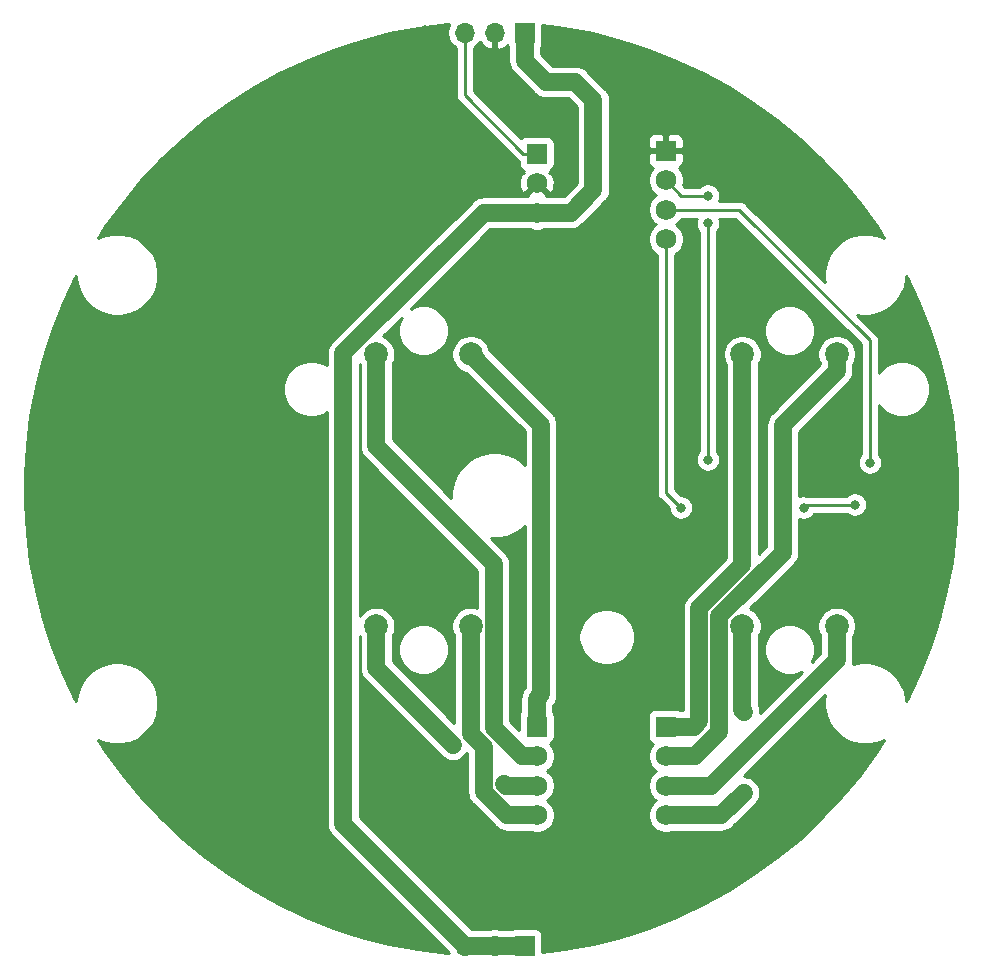
<source format=gbr>
G04 #@! TF.GenerationSoftware,KiCad,Pcbnew,(5.1.5)-3*
G04 #@! TF.CreationDate,2020-06-25T09:37:35+02:00*
G04 #@! TF.ProjectId,StepperClockMotor,53746570-7065-4724-936c-6f636b4d6f74,v1.1*
G04 #@! TF.SameCoordinates,Original*
G04 #@! TF.FileFunction,Copper,L1,Top*
G04 #@! TF.FilePolarity,Positive*
%FSLAX46Y46*%
G04 Gerber Fmt 4.6, Leading zero omitted, Abs format (unit mm)*
G04 Created by KiCad (PCBNEW (5.1.5)-3) date 2020-06-25 09:37:35*
%MOMM*%
%LPD*%
G04 APERTURE LIST*
%ADD10C,2.000000*%
%ADD11R,1.750000X1.750000*%
%ADD12C,1.750000*%
%ADD13R,1.700000X1.700000*%
%ADD14O,1.700000X1.700000*%
%ADD15C,0.800000*%
%ADD16C,1.500000*%
%ADD17C,0.250000*%
%ADD18C,0.254000*%
G04 APERTURE END LIST*
D10*
X129795800Y-154480740D03*
X129795800Y-131480740D03*
X121795800Y-154480740D03*
X121795800Y-131480740D03*
X98795800Y-154480740D03*
X98795800Y-131480740D03*
X90795800Y-154480740D03*
X90795800Y-131480740D03*
D11*
X104393800Y-114494740D03*
D12*
X104393800Y-116994740D03*
X104393800Y-119494740D03*
D11*
X115315800Y-114240740D03*
D12*
X115315800Y-116740740D03*
X115315800Y-119240740D03*
X115315800Y-121740740D03*
D11*
X115315800Y-163008740D03*
D12*
X115315800Y-165508740D03*
X115315800Y-168008740D03*
X115315800Y-170508740D03*
D11*
X104393800Y-163008740D03*
D12*
X104393800Y-165508740D03*
X104393800Y-168008740D03*
X104393800Y-170508740D03*
D13*
X103377800Y-181550740D03*
D14*
X100837800Y-181550740D03*
X98297800Y-181550740D03*
D13*
X103375800Y-104260740D03*
D14*
X100835800Y-104260740D03*
X98295800Y-104260740D03*
D15*
X96195800Y-135350740D03*
X76695800Y-112380740D03*
X95975800Y-140890740D03*
X65095800Y-155560740D03*
X76915800Y-170300740D03*
X127565800Y-116560740D03*
X69775800Y-119520740D03*
X94935800Y-104060740D03*
X64195800Y-129770740D03*
X84235800Y-175390740D03*
X84581800Y-108144740D03*
X123443800Y-112716740D03*
X130047800Y-119828740D03*
X136651800Y-129734740D03*
X139445800Y-142688740D03*
X137413800Y-154880740D03*
X129793800Y-167072740D03*
X124205800Y-172914740D03*
X114299800Y-178248740D03*
X107949800Y-180280740D03*
X92201800Y-180280740D03*
X80009800Y-173676740D03*
X72135800Y-166818740D03*
X64007800Y-151324740D03*
X63245800Y-135576740D03*
X77469800Y-131512740D03*
X87883800Y-117034740D03*
X96773800Y-110938740D03*
X105917800Y-125924740D03*
X110997800Y-133290740D03*
X110997800Y-148784740D03*
X122935800Y-124908740D03*
X92709800Y-167072740D03*
X92455800Y-148022740D03*
X84327800Y-144212740D03*
X71925800Y-148780740D03*
X72135800Y-133290740D03*
X110489800Y-141164740D03*
X102615800Y-152848740D03*
X82549800Y-162754740D03*
X79755800Y-143704740D03*
X81533800Y-124146740D03*
X109219800Y-161484740D03*
X109219800Y-166056740D03*
X108965800Y-170374740D03*
X103631800Y-176470740D03*
X94741800Y-171898740D03*
X76199800Y-159452740D03*
X98551800Y-127448740D03*
X113791800Y-127702740D03*
X108965800Y-122876740D03*
X94995800Y-115510740D03*
X62565800Y-142720740D03*
X133195800Y-151330740D03*
X137025800Y-138420740D03*
X105785800Y-130370740D03*
X107935800Y-104930740D03*
X112145800Y-106430740D03*
X115885800Y-107920740D03*
X120285800Y-110170740D03*
X80715800Y-109890740D03*
X89785800Y-105590740D03*
X72575800Y-115970740D03*
X62475800Y-147030740D03*
X78755800Y-165450740D03*
X83245800Y-155350740D03*
X107845800Y-135330740D03*
X113175800Y-138330740D03*
X109615800Y-163890740D03*
X109295800Y-168340740D03*
X109455800Y-172940740D03*
X101599800Y-167834740D03*
X97281800Y-164532740D03*
X121919800Y-161738740D03*
X121919800Y-168596740D03*
X116585800Y-144466740D03*
X131317800Y-144212740D03*
X126999800Y-144466740D03*
X118871800Y-140402740D03*
X118871800Y-118050740D03*
X118875800Y-120400740D03*
X132587800Y-140656740D03*
D16*
X97447801Y-180700741D02*
X98297800Y-181550740D01*
X88005801Y-171258741D02*
X97447801Y-180700741D01*
X88005801Y-131384737D02*
X88005801Y-171258741D01*
X99895798Y-119494740D02*
X88005801Y-131384737D01*
X104393800Y-119494740D02*
X99895798Y-119494740D01*
X103375800Y-106610740D02*
X105185800Y-108420740D01*
X103375800Y-104260740D02*
X103375800Y-106610740D01*
X105185800Y-108420740D02*
X107645800Y-108420740D01*
X107645800Y-108420740D02*
X109195800Y-109970740D01*
X109195800Y-109970740D02*
X109195800Y-117560740D01*
X107261800Y-119494740D02*
X104393800Y-119494740D01*
X109195800Y-117560740D02*
X107261800Y-119494740D01*
X98297800Y-181550740D02*
X100837800Y-181550740D01*
X100837800Y-181550740D02*
X103377800Y-181550740D01*
X104393800Y-168008740D02*
X101773800Y-168008740D01*
X101773800Y-168008740D02*
X101599800Y-167834740D01*
X90795800Y-158046740D02*
X90795800Y-154480740D01*
X97281800Y-164532740D02*
X90795800Y-158046740D01*
X103156364Y-170508740D02*
X104393800Y-170508740D01*
X101869624Y-170508740D02*
X103156364Y-170508740D01*
X99899791Y-168538907D02*
X101869624Y-170508740D01*
X99899791Y-164746555D02*
X99899791Y-168538907D01*
X98795800Y-163642564D02*
X99899791Y-164746555D01*
X98795800Y-154480740D02*
X98795800Y-163642564D01*
X99795799Y-132480739D02*
X98795800Y-131480740D01*
X104745801Y-160281739D02*
X104745801Y-137430741D01*
X104393800Y-160633740D02*
X104745801Y-160281739D01*
X104745801Y-137430741D02*
X99795799Y-132480739D01*
X104393800Y-163008740D02*
X104393800Y-160633740D01*
X90795800Y-132894953D02*
X90795800Y-131480740D01*
X90795800Y-139266742D02*
X90795800Y-132894953D01*
X100745801Y-149216743D02*
X90795800Y-139266742D01*
X100745801Y-163098177D02*
X100745801Y-149216743D01*
X103156364Y-165508740D02*
X100745801Y-163098177D01*
X104393800Y-165508740D02*
X103156364Y-165508740D01*
X118145789Y-162553751D02*
X117690800Y-163008740D01*
X118145789Y-152948574D02*
X118145789Y-162553751D01*
X121795800Y-149298564D02*
X118145789Y-152948574D01*
X117690800Y-163008740D02*
X115315800Y-163008740D01*
X121795800Y-131480740D02*
X121795800Y-149298564D01*
X129795800Y-132894953D02*
X125221800Y-137468953D01*
X129795800Y-131480740D02*
X129795800Y-132894953D01*
X125221800Y-137468953D02*
X125221800Y-148276740D01*
X119845799Y-153652741D02*
X119845799Y-163474739D01*
X125221800Y-148276740D02*
X119845799Y-153652741D01*
X117811798Y-165508740D02*
X115315800Y-165508740D01*
X119845799Y-163474739D02*
X117811798Y-165508740D01*
X116553236Y-168008740D02*
X115315800Y-168008740D01*
X119139798Y-168008740D02*
X116553236Y-168008740D01*
X129795800Y-157352738D02*
X119139798Y-168008740D01*
X129795800Y-154480740D02*
X129795800Y-157352738D01*
X121795800Y-154480740D02*
X121795800Y-161614740D01*
X121795800Y-161614740D02*
X121919800Y-161738740D01*
X120007800Y-170508740D02*
X115315800Y-170508740D01*
X121919800Y-168596740D02*
X120007800Y-170508740D01*
D17*
X115315800Y-121740740D02*
X115315800Y-143196740D01*
X115315800Y-143196740D02*
X116585800Y-144466740D01*
X131317800Y-144212740D02*
X127253800Y-144212740D01*
X127253800Y-144212740D02*
X126999800Y-144466740D01*
X118871800Y-140402740D02*
X118871800Y-121352740D01*
X116625800Y-118050740D02*
X115315800Y-116740740D01*
X118871800Y-118050740D02*
X116625800Y-118050740D01*
X118871800Y-120970425D02*
X118871800Y-121352740D01*
X118875800Y-120966425D02*
X118871800Y-120970425D01*
X118875800Y-120400740D02*
X118875800Y-120966425D01*
X116553236Y-119240740D02*
X115315800Y-119240740D01*
X121532798Y-119240740D02*
X116553236Y-119240740D01*
X132587800Y-130295742D02*
X121532798Y-119240740D01*
X132587800Y-140656740D02*
X132587800Y-130295742D01*
X103268800Y-114494740D02*
X104393800Y-114494740D01*
X98295800Y-109521740D02*
X103268800Y-114494740D01*
X98295800Y-104260740D02*
X98295800Y-109521740D01*
D18*
G36*
X96979810Y-103557329D02*
G01*
X96867868Y-103827582D01*
X96810800Y-104114480D01*
X96810800Y-104407000D01*
X96867868Y-104693898D01*
X96979810Y-104964151D01*
X97142325Y-105207372D01*
X97349168Y-105414215D01*
X97535800Y-105538919D01*
X97535801Y-109484408D01*
X97532124Y-109521740D01*
X97546798Y-109670725D01*
X97590254Y-109813986D01*
X97660826Y-109946016D01*
X97732001Y-110032742D01*
X97755800Y-110061741D01*
X97784798Y-110085539D01*
X102705001Y-115005743D01*
X102728799Y-115034741D01*
X102757797Y-115058539D01*
X102844523Y-115129714D01*
X102880728Y-115149066D01*
X102880728Y-115369740D01*
X102892988Y-115494222D01*
X102929298Y-115613920D01*
X102988263Y-115724234D01*
X103067615Y-115820925D01*
X103164306Y-115900277D01*
X103274620Y-115959242D01*
X103282102Y-115961512D01*
X103231533Y-116012081D01*
X103347558Y-116128106D01*
X103095932Y-116208765D01*
X102967533Y-116477069D01*
X102893945Y-116765266D01*
X102877996Y-117062283D01*
X102920299Y-117356703D01*
X103019228Y-117637214D01*
X103095932Y-117780715D01*
X103347560Y-117861375D01*
X104214195Y-116994740D01*
X104200053Y-116980598D01*
X104379658Y-116800993D01*
X104393800Y-116815135D01*
X104407943Y-116800993D01*
X104587548Y-116980598D01*
X104573405Y-116994740D01*
X105440040Y-117861375D01*
X105691668Y-117780715D01*
X105820067Y-117512411D01*
X105893655Y-117224214D01*
X105909604Y-116927197D01*
X105867301Y-116632777D01*
X105768372Y-116352266D01*
X105691668Y-116208765D01*
X105440042Y-116128106D01*
X105556067Y-116012081D01*
X105505498Y-115961512D01*
X105512980Y-115959242D01*
X105623294Y-115900277D01*
X105719985Y-115820925D01*
X105799337Y-115724234D01*
X105858302Y-115613920D01*
X105894612Y-115494222D01*
X105906872Y-115369740D01*
X105906872Y-113619740D01*
X105894612Y-113495258D01*
X105858302Y-113375560D01*
X105799337Y-113265246D01*
X105719985Y-113168555D01*
X105623294Y-113089203D01*
X105512980Y-113030238D01*
X105393282Y-112993928D01*
X105268800Y-112981668D01*
X103518800Y-112981668D01*
X103394318Y-112993928D01*
X103274620Y-113030238D01*
X103164306Y-113089203D01*
X103067615Y-113168555D01*
X103044988Y-113196126D01*
X99055800Y-109206939D01*
X99055800Y-105538918D01*
X99242432Y-105414215D01*
X99449275Y-105207372D01*
X99570995Y-105025206D01*
X99640622Y-105142095D01*
X99835531Y-105358328D01*
X100068880Y-105532381D01*
X100331701Y-105657565D01*
X100478910Y-105702216D01*
X100708800Y-105580895D01*
X100708800Y-104387740D01*
X100688800Y-104387740D01*
X100688800Y-104133740D01*
X100708800Y-104133740D01*
X100708800Y-104113740D01*
X100962800Y-104113740D01*
X100962800Y-104133740D01*
X100982800Y-104133740D01*
X100982800Y-104387740D01*
X100962800Y-104387740D01*
X100962800Y-105580895D01*
X101192690Y-105702216D01*
X101339899Y-105657565D01*
X101602720Y-105532381D01*
X101836069Y-105358328D01*
X101911834Y-105274274D01*
X101936298Y-105354920D01*
X101990801Y-105456885D01*
X101990801Y-106542701D01*
X101984100Y-106610740D01*
X102010840Y-106882247D01*
X102090036Y-107143320D01*
X102218644Y-107383928D01*
X102348348Y-107541973D01*
X102348351Y-107541976D01*
X102391720Y-107594821D01*
X102444564Y-107638189D01*
X104158350Y-109351976D01*
X104201719Y-109404821D01*
X104254564Y-109448190D01*
X104254566Y-109448192D01*
X104412612Y-109577897D01*
X104653219Y-109706504D01*
X104914293Y-109785700D01*
X105185800Y-109812441D01*
X105253837Y-109805740D01*
X107072115Y-109805740D01*
X107810800Y-110544426D01*
X107810801Y-116987053D01*
X106688115Y-118109740D01*
X105238394Y-118109740D01*
X105260435Y-118040980D01*
X104393800Y-117174345D01*
X103527165Y-118040980D01*
X103549206Y-118109740D01*
X99963826Y-118109740D01*
X99895797Y-118103040D01*
X99827768Y-118109740D01*
X99827761Y-118109740D01*
X99649897Y-118127258D01*
X99624290Y-118129780D01*
X99416835Y-118192711D01*
X99363217Y-118208976D01*
X99122610Y-118337583D01*
X99083948Y-118369312D01*
X98964564Y-118467288D01*
X98964562Y-118467290D01*
X98911717Y-118510659D01*
X98868348Y-118563504D01*
X87074566Y-130357287D01*
X87021720Y-130400657D01*
X86848644Y-130611550D01*
X86790667Y-130720018D01*
X86720037Y-130852157D01*
X86648180Y-131089039D01*
X86640841Y-131113231D01*
X86620801Y-131316701D01*
X86620801Y-131316708D01*
X86614101Y-131384737D01*
X86620801Y-131452766D01*
X86620801Y-132430980D01*
X86435521Y-132307180D01*
X86001479Y-132127394D01*
X85540702Y-132035740D01*
X85070898Y-132035740D01*
X84610121Y-132127394D01*
X84176079Y-132307180D01*
X83785451Y-132568190D01*
X83453250Y-132900391D01*
X83192240Y-133291019D01*
X83012454Y-133725061D01*
X82920800Y-134185838D01*
X82920800Y-134655642D01*
X83012454Y-135116419D01*
X83192240Y-135550461D01*
X83453250Y-135941089D01*
X83785451Y-136273290D01*
X84176079Y-136534300D01*
X84610121Y-136714086D01*
X85070898Y-136805740D01*
X85540702Y-136805740D01*
X86001479Y-136714086D01*
X86435521Y-136534300D01*
X86620801Y-136410499D01*
X86620802Y-171190702D01*
X86614101Y-171258741D01*
X86640841Y-171530248D01*
X86720037Y-171791321D01*
X86848645Y-172031929D01*
X86978349Y-172189974D01*
X86978352Y-172189977D01*
X87021721Y-172242822D01*
X87074566Y-172286191D01*
X96938878Y-182150503D01*
X96952964Y-182184510D01*
X96809463Y-182175482D01*
X94348203Y-181864553D01*
X91911323Y-181399693D01*
X89508441Y-180782738D01*
X87149040Y-180016122D01*
X84842430Y-179102870D01*
X82597715Y-178046588D01*
X80423754Y-176851443D01*
X78329127Y-175522152D01*
X76322100Y-174063961D01*
X74410594Y-172482626D01*
X72602153Y-170784387D01*
X70903914Y-168975946D01*
X69322579Y-167064440D01*
X67864388Y-165057413D01*
X67280683Y-164137641D01*
X67851596Y-164374121D01*
X68523345Y-164507740D01*
X69208255Y-164507740D01*
X69880004Y-164374121D01*
X70512777Y-164112018D01*
X71082258Y-163731502D01*
X71566562Y-163247198D01*
X71947078Y-162677717D01*
X72209181Y-162044944D01*
X72342800Y-161373195D01*
X72342800Y-160688285D01*
X72209181Y-160016536D01*
X71947078Y-159383763D01*
X71566562Y-158814282D01*
X71082258Y-158329978D01*
X70512777Y-157949462D01*
X69880004Y-157687359D01*
X69208255Y-157553740D01*
X68523345Y-157553740D01*
X67851596Y-157687359D01*
X67218823Y-157949462D01*
X66649342Y-158329978D01*
X66165038Y-158814282D01*
X65784522Y-159383763D01*
X65522419Y-160016536D01*
X65388800Y-160688285D01*
X65388800Y-160877679D01*
X65339952Y-160788825D01*
X64283670Y-158544110D01*
X63370418Y-156237500D01*
X62603802Y-153878099D01*
X61986847Y-151475217D01*
X61521987Y-149038337D01*
X61211058Y-146577077D01*
X61055286Y-144101151D01*
X61055286Y-141620329D01*
X61211058Y-139144403D01*
X61521987Y-136683143D01*
X61986847Y-134246263D01*
X62603802Y-131843381D01*
X63370418Y-129483980D01*
X64283670Y-127177370D01*
X65339952Y-124932655D01*
X65388800Y-124843801D01*
X65388800Y-125093195D01*
X65522419Y-125764944D01*
X65784522Y-126397717D01*
X66165038Y-126967198D01*
X66649342Y-127451502D01*
X67218823Y-127832018D01*
X67851596Y-128094121D01*
X68523345Y-128227740D01*
X69208255Y-128227740D01*
X69880004Y-128094121D01*
X70512777Y-127832018D01*
X71082258Y-127451502D01*
X71566562Y-126967198D01*
X71947078Y-126397717D01*
X72209181Y-125764944D01*
X72342800Y-125093195D01*
X72342800Y-124408285D01*
X72209181Y-123736536D01*
X71947078Y-123103763D01*
X71566562Y-122534282D01*
X71082258Y-122049978D01*
X70512777Y-121669462D01*
X69880004Y-121407359D01*
X69208255Y-121273740D01*
X68523345Y-121273740D01*
X67851596Y-121407359D01*
X67229027Y-121665235D01*
X67864388Y-120664067D01*
X69322579Y-118657040D01*
X70903914Y-116745534D01*
X72602153Y-114937093D01*
X74410594Y-113238854D01*
X76322100Y-111657519D01*
X78329127Y-110199328D01*
X80423754Y-108870037D01*
X82597715Y-107674892D01*
X84842430Y-106618610D01*
X87149040Y-105705358D01*
X89508441Y-104938742D01*
X91911323Y-104321787D01*
X94348203Y-103856927D01*
X96809463Y-103545998D01*
X96995189Y-103534313D01*
X96979810Y-103557329D01*
G37*
X96979810Y-103557329D02*
X96867868Y-103827582D01*
X96810800Y-104114480D01*
X96810800Y-104407000D01*
X96867868Y-104693898D01*
X96979810Y-104964151D01*
X97142325Y-105207372D01*
X97349168Y-105414215D01*
X97535800Y-105538919D01*
X97535801Y-109484408D01*
X97532124Y-109521740D01*
X97546798Y-109670725D01*
X97590254Y-109813986D01*
X97660826Y-109946016D01*
X97732001Y-110032742D01*
X97755800Y-110061741D01*
X97784798Y-110085539D01*
X102705001Y-115005743D01*
X102728799Y-115034741D01*
X102757797Y-115058539D01*
X102844523Y-115129714D01*
X102880728Y-115149066D01*
X102880728Y-115369740D01*
X102892988Y-115494222D01*
X102929298Y-115613920D01*
X102988263Y-115724234D01*
X103067615Y-115820925D01*
X103164306Y-115900277D01*
X103274620Y-115959242D01*
X103282102Y-115961512D01*
X103231533Y-116012081D01*
X103347558Y-116128106D01*
X103095932Y-116208765D01*
X102967533Y-116477069D01*
X102893945Y-116765266D01*
X102877996Y-117062283D01*
X102920299Y-117356703D01*
X103019228Y-117637214D01*
X103095932Y-117780715D01*
X103347560Y-117861375D01*
X104214195Y-116994740D01*
X104200053Y-116980598D01*
X104379658Y-116800993D01*
X104393800Y-116815135D01*
X104407943Y-116800993D01*
X104587548Y-116980598D01*
X104573405Y-116994740D01*
X105440040Y-117861375D01*
X105691668Y-117780715D01*
X105820067Y-117512411D01*
X105893655Y-117224214D01*
X105909604Y-116927197D01*
X105867301Y-116632777D01*
X105768372Y-116352266D01*
X105691668Y-116208765D01*
X105440042Y-116128106D01*
X105556067Y-116012081D01*
X105505498Y-115961512D01*
X105512980Y-115959242D01*
X105623294Y-115900277D01*
X105719985Y-115820925D01*
X105799337Y-115724234D01*
X105858302Y-115613920D01*
X105894612Y-115494222D01*
X105906872Y-115369740D01*
X105906872Y-113619740D01*
X105894612Y-113495258D01*
X105858302Y-113375560D01*
X105799337Y-113265246D01*
X105719985Y-113168555D01*
X105623294Y-113089203D01*
X105512980Y-113030238D01*
X105393282Y-112993928D01*
X105268800Y-112981668D01*
X103518800Y-112981668D01*
X103394318Y-112993928D01*
X103274620Y-113030238D01*
X103164306Y-113089203D01*
X103067615Y-113168555D01*
X103044988Y-113196126D01*
X99055800Y-109206939D01*
X99055800Y-105538918D01*
X99242432Y-105414215D01*
X99449275Y-105207372D01*
X99570995Y-105025206D01*
X99640622Y-105142095D01*
X99835531Y-105358328D01*
X100068880Y-105532381D01*
X100331701Y-105657565D01*
X100478910Y-105702216D01*
X100708800Y-105580895D01*
X100708800Y-104387740D01*
X100688800Y-104387740D01*
X100688800Y-104133740D01*
X100708800Y-104133740D01*
X100708800Y-104113740D01*
X100962800Y-104113740D01*
X100962800Y-104133740D01*
X100982800Y-104133740D01*
X100982800Y-104387740D01*
X100962800Y-104387740D01*
X100962800Y-105580895D01*
X101192690Y-105702216D01*
X101339899Y-105657565D01*
X101602720Y-105532381D01*
X101836069Y-105358328D01*
X101911834Y-105274274D01*
X101936298Y-105354920D01*
X101990801Y-105456885D01*
X101990801Y-106542701D01*
X101984100Y-106610740D01*
X102010840Y-106882247D01*
X102090036Y-107143320D01*
X102218644Y-107383928D01*
X102348348Y-107541973D01*
X102348351Y-107541976D01*
X102391720Y-107594821D01*
X102444564Y-107638189D01*
X104158350Y-109351976D01*
X104201719Y-109404821D01*
X104254564Y-109448190D01*
X104254566Y-109448192D01*
X104412612Y-109577897D01*
X104653219Y-109706504D01*
X104914293Y-109785700D01*
X105185800Y-109812441D01*
X105253837Y-109805740D01*
X107072115Y-109805740D01*
X107810800Y-110544426D01*
X107810801Y-116987053D01*
X106688115Y-118109740D01*
X105238394Y-118109740D01*
X105260435Y-118040980D01*
X104393800Y-117174345D01*
X103527165Y-118040980D01*
X103549206Y-118109740D01*
X99963826Y-118109740D01*
X99895797Y-118103040D01*
X99827768Y-118109740D01*
X99827761Y-118109740D01*
X99649897Y-118127258D01*
X99624290Y-118129780D01*
X99416835Y-118192711D01*
X99363217Y-118208976D01*
X99122610Y-118337583D01*
X99083948Y-118369312D01*
X98964564Y-118467288D01*
X98964562Y-118467290D01*
X98911717Y-118510659D01*
X98868348Y-118563504D01*
X87074566Y-130357287D01*
X87021720Y-130400657D01*
X86848644Y-130611550D01*
X86790667Y-130720018D01*
X86720037Y-130852157D01*
X86648180Y-131089039D01*
X86640841Y-131113231D01*
X86620801Y-131316701D01*
X86620801Y-131316708D01*
X86614101Y-131384737D01*
X86620801Y-131452766D01*
X86620801Y-132430980D01*
X86435521Y-132307180D01*
X86001479Y-132127394D01*
X85540702Y-132035740D01*
X85070898Y-132035740D01*
X84610121Y-132127394D01*
X84176079Y-132307180D01*
X83785451Y-132568190D01*
X83453250Y-132900391D01*
X83192240Y-133291019D01*
X83012454Y-133725061D01*
X82920800Y-134185838D01*
X82920800Y-134655642D01*
X83012454Y-135116419D01*
X83192240Y-135550461D01*
X83453250Y-135941089D01*
X83785451Y-136273290D01*
X84176079Y-136534300D01*
X84610121Y-136714086D01*
X85070898Y-136805740D01*
X85540702Y-136805740D01*
X86001479Y-136714086D01*
X86435521Y-136534300D01*
X86620801Y-136410499D01*
X86620802Y-171190702D01*
X86614101Y-171258741D01*
X86640841Y-171530248D01*
X86720037Y-171791321D01*
X86848645Y-172031929D01*
X86978349Y-172189974D01*
X86978352Y-172189977D01*
X87021721Y-172242822D01*
X87074566Y-172286191D01*
X96938878Y-182150503D01*
X96952964Y-182184510D01*
X96809463Y-182175482D01*
X94348203Y-181864553D01*
X91911323Y-181399693D01*
X89508441Y-180782738D01*
X87149040Y-180016122D01*
X84842430Y-179102870D01*
X82597715Y-178046588D01*
X80423754Y-176851443D01*
X78329127Y-175522152D01*
X76322100Y-174063961D01*
X74410594Y-172482626D01*
X72602153Y-170784387D01*
X70903914Y-168975946D01*
X69322579Y-167064440D01*
X67864388Y-165057413D01*
X67280683Y-164137641D01*
X67851596Y-164374121D01*
X68523345Y-164507740D01*
X69208255Y-164507740D01*
X69880004Y-164374121D01*
X70512777Y-164112018D01*
X71082258Y-163731502D01*
X71566562Y-163247198D01*
X71947078Y-162677717D01*
X72209181Y-162044944D01*
X72342800Y-161373195D01*
X72342800Y-160688285D01*
X72209181Y-160016536D01*
X71947078Y-159383763D01*
X71566562Y-158814282D01*
X71082258Y-158329978D01*
X70512777Y-157949462D01*
X69880004Y-157687359D01*
X69208255Y-157553740D01*
X68523345Y-157553740D01*
X67851596Y-157687359D01*
X67218823Y-157949462D01*
X66649342Y-158329978D01*
X66165038Y-158814282D01*
X65784522Y-159383763D01*
X65522419Y-160016536D01*
X65388800Y-160688285D01*
X65388800Y-160877679D01*
X65339952Y-160788825D01*
X64283670Y-158544110D01*
X63370418Y-156237500D01*
X62603802Y-153878099D01*
X61986847Y-151475217D01*
X61521987Y-149038337D01*
X61211058Y-146577077D01*
X61055286Y-144101151D01*
X61055286Y-141620329D01*
X61211058Y-139144403D01*
X61521987Y-136683143D01*
X61986847Y-134246263D01*
X62603802Y-131843381D01*
X63370418Y-129483980D01*
X64283670Y-127177370D01*
X65339952Y-124932655D01*
X65388800Y-124843801D01*
X65388800Y-125093195D01*
X65522419Y-125764944D01*
X65784522Y-126397717D01*
X66165038Y-126967198D01*
X66649342Y-127451502D01*
X67218823Y-127832018D01*
X67851596Y-128094121D01*
X68523345Y-128227740D01*
X69208255Y-128227740D01*
X69880004Y-128094121D01*
X70512777Y-127832018D01*
X71082258Y-127451502D01*
X71566562Y-126967198D01*
X71947078Y-126397717D01*
X72209181Y-125764944D01*
X72342800Y-125093195D01*
X72342800Y-124408285D01*
X72209181Y-123736536D01*
X71947078Y-123103763D01*
X71566562Y-122534282D01*
X71082258Y-122049978D01*
X70512777Y-121669462D01*
X69880004Y-121407359D01*
X69208255Y-121273740D01*
X68523345Y-121273740D01*
X67851596Y-121407359D01*
X67229027Y-121665235D01*
X67864388Y-120664067D01*
X69322579Y-118657040D01*
X70903914Y-116745534D01*
X72602153Y-114937093D01*
X74410594Y-113238854D01*
X76322100Y-111657519D01*
X78329127Y-110199328D01*
X80423754Y-108870037D01*
X82597715Y-107674892D01*
X84842430Y-106618610D01*
X87149040Y-105705358D01*
X89508441Y-104938742D01*
X91911323Y-104321787D01*
X94348203Y-103856927D01*
X96809463Y-103545998D01*
X96995189Y-103534313D01*
X96979810Y-103557329D01*
G36*
X106703397Y-103856927D02*
G01*
X109140277Y-104321787D01*
X111543159Y-104938742D01*
X113902560Y-105705358D01*
X116209170Y-106618610D01*
X118453885Y-107674892D01*
X120627846Y-108870037D01*
X122722473Y-110199328D01*
X124729500Y-111657519D01*
X126641006Y-113238854D01*
X128449447Y-114937093D01*
X130147686Y-116745534D01*
X131729021Y-118657040D01*
X133187212Y-120664067D01*
X133822573Y-121665235D01*
X133200004Y-121407359D01*
X132528255Y-121273740D01*
X131843345Y-121273740D01*
X131171596Y-121407359D01*
X130538823Y-121669462D01*
X129969342Y-122049978D01*
X129485038Y-122534282D01*
X129104522Y-123103763D01*
X128842419Y-123736536D01*
X128708800Y-124408285D01*
X128708800Y-125093195D01*
X128770564Y-125403704D01*
X122096602Y-118729743D01*
X122072799Y-118700739D01*
X121957074Y-118605766D01*
X121825045Y-118535194D01*
X121681784Y-118491737D01*
X121570131Y-118480740D01*
X121570120Y-118480740D01*
X121532798Y-118477064D01*
X121495476Y-118480740D01*
X119813964Y-118480740D01*
X119867026Y-118352638D01*
X119906800Y-118152679D01*
X119906800Y-117948801D01*
X119867026Y-117748842D01*
X119789005Y-117560484D01*
X119675737Y-117390966D01*
X119531574Y-117246803D01*
X119362056Y-117133535D01*
X119173698Y-117055514D01*
X118973739Y-117015740D01*
X118769861Y-117015740D01*
X118569902Y-117055514D01*
X118381544Y-117133535D01*
X118212026Y-117246803D01*
X118168089Y-117290740D01*
X116940602Y-117290740D01*
X116778270Y-117128408D01*
X116825800Y-116889462D01*
X116825800Y-116592018D01*
X116767771Y-116300289D01*
X116653944Y-116025487D01*
X116488693Y-115778171D01*
X116420236Y-115709714D01*
X116434980Y-115705242D01*
X116545294Y-115646277D01*
X116641985Y-115566925D01*
X116721337Y-115470234D01*
X116780302Y-115359920D01*
X116816612Y-115240222D01*
X116828872Y-115115740D01*
X116825800Y-114526490D01*
X116667050Y-114367740D01*
X115442800Y-114367740D01*
X115442800Y-114387740D01*
X115188800Y-114387740D01*
X115188800Y-114367740D01*
X113964550Y-114367740D01*
X113805800Y-114526490D01*
X113802728Y-115115740D01*
X113814988Y-115240222D01*
X113851298Y-115359920D01*
X113910263Y-115470234D01*
X113989615Y-115566925D01*
X114086306Y-115646277D01*
X114196620Y-115705242D01*
X114211364Y-115709714D01*
X114142907Y-115778171D01*
X113977656Y-116025487D01*
X113863829Y-116300289D01*
X113805800Y-116592018D01*
X113805800Y-116889462D01*
X113863829Y-117181191D01*
X113977656Y-117455993D01*
X114142907Y-117703309D01*
X114353231Y-117913633D01*
X114468630Y-117990740D01*
X114353231Y-118067847D01*
X114142907Y-118278171D01*
X113977656Y-118525487D01*
X113863829Y-118800289D01*
X113805800Y-119092018D01*
X113805800Y-119389462D01*
X113863829Y-119681191D01*
X113977656Y-119955993D01*
X114142907Y-120203309D01*
X114353231Y-120413633D01*
X114468630Y-120490740D01*
X114353231Y-120567847D01*
X114142907Y-120778171D01*
X113977656Y-121025487D01*
X113863829Y-121300289D01*
X113805800Y-121592018D01*
X113805800Y-121889462D01*
X113863829Y-122181191D01*
X113977656Y-122455993D01*
X114142907Y-122703309D01*
X114353231Y-122913633D01*
X114555800Y-123048985D01*
X114555801Y-143159407D01*
X114552124Y-143196740D01*
X114566798Y-143345725D01*
X114610254Y-143488986D01*
X114680826Y-143621016D01*
X114752001Y-143707742D01*
X114775800Y-143736741D01*
X114804798Y-143760539D01*
X115550800Y-144506542D01*
X115550800Y-144568679D01*
X115590574Y-144768638D01*
X115668595Y-144956996D01*
X115781863Y-145126514D01*
X115926026Y-145270677D01*
X116095544Y-145383945D01*
X116283902Y-145461966D01*
X116483861Y-145501740D01*
X116687739Y-145501740D01*
X116887698Y-145461966D01*
X117076056Y-145383945D01*
X117245574Y-145270677D01*
X117389737Y-145126514D01*
X117503005Y-144956996D01*
X117581026Y-144768638D01*
X117620800Y-144568679D01*
X117620800Y-144364801D01*
X117581026Y-144164842D01*
X117503005Y-143976484D01*
X117389737Y-143806966D01*
X117245574Y-143662803D01*
X117076056Y-143549535D01*
X116887698Y-143471514D01*
X116687739Y-143431740D01*
X116625602Y-143431740D01*
X116075800Y-142881939D01*
X116075800Y-123048985D01*
X116278369Y-122913633D01*
X116488693Y-122703309D01*
X116653944Y-122455993D01*
X116767771Y-122181191D01*
X116825800Y-121889462D01*
X116825800Y-121592018D01*
X116767771Y-121300289D01*
X116653944Y-121025487D01*
X116488693Y-120778171D01*
X116278369Y-120567847D01*
X116162970Y-120490740D01*
X116278369Y-120413633D01*
X116488693Y-120203309D01*
X116624045Y-120000740D01*
X117921209Y-120000740D01*
X117880574Y-120098842D01*
X117840800Y-120298801D01*
X117840800Y-120502679D01*
X117880574Y-120702638D01*
X117958595Y-120890996D01*
X118071863Y-121060514D01*
X118111800Y-121100451D01*
X118111800Y-121390073D01*
X118111801Y-121390083D01*
X118111800Y-139699029D01*
X118067863Y-139742966D01*
X117954595Y-139912484D01*
X117876574Y-140100842D01*
X117836800Y-140300801D01*
X117836800Y-140504679D01*
X117876574Y-140704638D01*
X117954595Y-140892996D01*
X118067863Y-141062514D01*
X118212026Y-141206677D01*
X118381544Y-141319945D01*
X118569902Y-141397966D01*
X118769861Y-141437740D01*
X118973739Y-141437740D01*
X119173698Y-141397966D01*
X119362056Y-141319945D01*
X119531574Y-141206677D01*
X119675737Y-141062514D01*
X119789005Y-140892996D01*
X119867026Y-140704638D01*
X119906800Y-140504679D01*
X119906800Y-140300801D01*
X119867026Y-140100842D01*
X119789005Y-139912484D01*
X119675737Y-139742966D01*
X119631800Y-139699029D01*
X119631800Y-129270461D01*
X123660800Y-129270461D01*
X123660800Y-129691019D01*
X123742847Y-130103496D01*
X123903788Y-130492042D01*
X124137437Y-130841723D01*
X124434817Y-131139103D01*
X124784498Y-131372752D01*
X125173044Y-131533693D01*
X125585521Y-131615740D01*
X126006079Y-131615740D01*
X126418556Y-131533693D01*
X126807102Y-131372752D01*
X127156783Y-131139103D01*
X127454163Y-130841723D01*
X127687812Y-130492042D01*
X127848753Y-130103496D01*
X127930800Y-129691019D01*
X127930800Y-129270461D01*
X127848753Y-128857984D01*
X127687812Y-128469438D01*
X127454163Y-128119757D01*
X127156783Y-127822377D01*
X126807102Y-127588728D01*
X126418556Y-127427787D01*
X126006079Y-127345740D01*
X125585521Y-127345740D01*
X125173044Y-127427787D01*
X124784498Y-127588728D01*
X124434817Y-127822377D01*
X124137437Y-128119757D01*
X123903788Y-128469438D01*
X123742847Y-128857984D01*
X123660800Y-129270461D01*
X119631800Y-129270461D01*
X119631800Y-121108451D01*
X119679737Y-121060514D01*
X119793005Y-120890996D01*
X119871026Y-120702638D01*
X119910800Y-120502679D01*
X119910800Y-120298801D01*
X119871026Y-120098842D01*
X119830391Y-120000740D01*
X121217997Y-120000740D01*
X131827801Y-130610545D01*
X131827800Y-139953029D01*
X131783863Y-139996966D01*
X131670595Y-140166484D01*
X131592574Y-140354842D01*
X131552800Y-140554801D01*
X131552800Y-140758679D01*
X131592574Y-140958638D01*
X131670595Y-141146996D01*
X131783863Y-141316514D01*
X131928026Y-141460677D01*
X132097544Y-141573945D01*
X132285902Y-141651966D01*
X132485861Y-141691740D01*
X132689739Y-141691740D01*
X132889698Y-141651966D01*
X133078056Y-141573945D01*
X133247574Y-141460677D01*
X133391737Y-141316514D01*
X133505005Y-141146996D01*
X133583026Y-140958638D01*
X133622800Y-140758679D01*
X133622800Y-140554801D01*
X133583026Y-140354842D01*
X133505005Y-140166484D01*
X133391737Y-139996966D01*
X133347800Y-139953029D01*
X133347800Y-135783272D01*
X133453250Y-135941089D01*
X133785451Y-136273290D01*
X134176079Y-136534300D01*
X134610121Y-136714086D01*
X135070898Y-136805740D01*
X135540702Y-136805740D01*
X136001479Y-136714086D01*
X136435521Y-136534300D01*
X136826149Y-136273290D01*
X137158350Y-135941089D01*
X137419360Y-135550461D01*
X137599146Y-135116419D01*
X137690800Y-134655642D01*
X137690800Y-134185838D01*
X137599146Y-133725061D01*
X137419360Y-133291019D01*
X137158350Y-132900391D01*
X136826149Y-132568190D01*
X136435521Y-132307180D01*
X136001479Y-132127394D01*
X135540702Y-132035740D01*
X135070898Y-132035740D01*
X134610121Y-132127394D01*
X134176079Y-132307180D01*
X133785451Y-132568190D01*
X133453250Y-132900391D01*
X133347800Y-133058208D01*
X133347800Y-130333067D01*
X133351476Y-130295742D01*
X133347800Y-130258417D01*
X133347800Y-130258409D01*
X133336803Y-130146756D01*
X133293346Y-130003495D01*
X133222774Y-129871466D01*
X133127801Y-129755741D01*
X133098803Y-129731943D01*
X131532836Y-128165976D01*
X131843345Y-128227740D01*
X132528255Y-128227740D01*
X133200004Y-128094121D01*
X133832777Y-127832018D01*
X134402258Y-127451502D01*
X134886562Y-126967198D01*
X135267078Y-126397717D01*
X135529181Y-125764944D01*
X135662800Y-125093195D01*
X135662800Y-124843801D01*
X135711648Y-124932655D01*
X136767930Y-127177370D01*
X137681182Y-129483980D01*
X138447798Y-131843381D01*
X139064753Y-134246263D01*
X139529613Y-136683143D01*
X139840542Y-139144403D01*
X139996314Y-141620329D01*
X139996314Y-144101151D01*
X139840542Y-146577077D01*
X139529613Y-149038337D01*
X139064753Y-151475217D01*
X138447798Y-153878099D01*
X137681182Y-156237500D01*
X136767930Y-158544110D01*
X135711648Y-160788825D01*
X135662800Y-160877679D01*
X135662800Y-160688285D01*
X135529181Y-160016536D01*
X135267078Y-159383763D01*
X134886562Y-158814282D01*
X134402258Y-158329978D01*
X133832777Y-157949462D01*
X133200004Y-157687359D01*
X132528255Y-157553740D01*
X131843345Y-157553740D01*
X131171596Y-157687359D01*
X131137306Y-157701562D01*
X131160760Y-157624245D01*
X131180800Y-157420775D01*
X131187501Y-157352738D01*
X131180800Y-157284701D01*
X131180800Y-155350863D01*
X131244718Y-155255203D01*
X131367968Y-154957652D01*
X131430800Y-154641773D01*
X131430800Y-154319707D01*
X131367968Y-154003828D01*
X131244718Y-153706277D01*
X131065787Y-153438488D01*
X130838052Y-153210753D01*
X130570263Y-153031822D01*
X130272712Y-152908572D01*
X129956833Y-152845740D01*
X129634767Y-152845740D01*
X129318888Y-152908572D01*
X129021337Y-153031822D01*
X128753548Y-153210753D01*
X128525813Y-153438488D01*
X128346882Y-153706277D01*
X128223632Y-154003828D01*
X128160800Y-154319707D01*
X128160800Y-154641773D01*
X128223632Y-154957652D01*
X128346882Y-155255203D01*
X128410800Y-155350863D01*
X128410801Y-156779051D01*
X127667679Y-157522173D01*
X127687812Y-157492042D01*
X127848753Y-157103496D01*
X127930800Y-156691019D01*
X127930800Y-156270461D01*
X127848753Y-155857984D01*
X127687812Y-155469438D01*
X127454163Y-155119757D01*
X127156783Y-154822377D01*
X126807102Y-154588728D01*
X126418556Y-154427787D01*
X126006079Y-154345740D01*
X125585521Y-154345740D01*
X125173044Y-154427787D01*
X124784498Y-154588728D01*
X124434817Y-154822377D01*
X124137437Y-155119757D01*
X123903788Y-155469438D01*
X123742847Y-155857984D01*
X123660800Y-156270461D01*
X123660800Y-156691019D01*
X123742847Y-157103496D01*
X123903788Y-157492042D01*
X124137437Y-157841723D01*
X124434817Y-158139103D01*
X124784498Y-158372752D01*
X125173044Y-158533693D01*
X125585521Y-158615740D01*
X126006079Y-158615740D01*
X126418556Y-158533693D01*
X126807102Y-158372752D01*
X126837233Y-158352619D01*
X123296247Y-161893605D01*
X123311500Y-161738739D01*
X123284759Y-161467233D01*
X123205563Y-161206159D01*
X123180800Y-161159831D01*
X123180800Y-155350863D01*
X123244718Y-155255203D01*
X123367968Y-154957652D01*
X123430800Y-154641773D01*
X123430800Y-154319707D01*
X123367968Y-154003828D01*
X123244718Y-153706277D01*
X123065787Y-153438488D01*
X122838052Y-153210753D01*
X122570263Y-153031822D01*
X122467832Y-152989393D01*
X126153036Y-149304190D01*
X126205881Y-149260821D01*
X126378957Y-149049928D01*
X126507564Y-148809321D01*
X126586760Y-148548247D01*
X126606800Y-148344777D01*
X126613501Y-148276740D01*
X126606800Y-148208703D01*
X126606800Y-145424230D01*
X126697902Y-145461966D01*
X126897861Y-145501740D01*
X127101739Y-145501740D01*
X127301698Y-145461966D01*
X127490056Y-145383945D01*
X127659574Y-145270677D01*
X127803737Y-145126514D01*
X127906485Y-144972740D01*
X130614089Y-144972740D01*
X130658026Y-145016677D01*
X130827544Y-145129945D01*
X131015902Y-145207966D01*
X131215861Y-145247740D01*
X131419739Y-145247740D01*
X131619698Y-145207966D01*
X131808056Y-145129945D01*
X131977574Y-145016677D01*
X132121737Y-144872514D01*
X132235005Y-144702996D01*
X132313026Y-144514638D01*
X132352800Y-144314679D01*
X132352800Y-144110801D01*
X132313026Y-143910842D01*
X132235005Y-143722484D01*
X132121737Y-143552966D01*
X131977574Y-143408803D01*
X131808056Y-143295535D01*
X131619698Y-143217514D01*
X131419739Y-143177740D01*
X131215861Y-143177740D01*
X131015902Y-143217514D01*
X130827544Y-143295535D01*
X130658026Y-143408803D01*
X130614089Y-143452740D01*
X127291122Y-143452740D01*
X127253799Y-143449064D01*
X127216476Y-143452740D01*
X127216467Y-143452740D01*
X127210345Y-143453343D01*
X127101739Y-143431740D01*
X126897861Y-143431740D01*
X126697902Y-143471514D01*
X126606800Y-143509250D01*
X126606800Y-138042638D01*
X130727036Y-133922403D01*
X130779881Y-133879034D01*
X130952957Y-133668141D01*
X131081564Y-133427534D01*
X131160760Y-133166460D01*
X131180800Y-132962990D01*
X131180800Y-132962982D01*
X131187500Y-132894953D01*
X131180800Y-132826924D01*
X131180800Y-132350863D01*
X131244718Y-132255203D01*
X131367968Y-131957652D01*
X131430800Y-131641773D01*
X131430800Y-131319707D01*
X131367968Y-131003828D01*
X131244718Y-130706277D01*
X131065787Y-130438488D01*
X130838052Y-130210753D01*
X130570263Y-130031822D01*
X130272712Y-129908572D01*
X129956833Y-129845740D01*
X129634767Y-129845740D01*
X129318888Y-129908572D01*
X129021337Y-130031822D01*
X128753548Y-130210753D01*
X128525813Y-130438488D01*
X128346882Y-130706277D01*
X128223632Y-131003828D01*
X128160800Y-131319707D01*
X128160800Y-131641773D01*
X128223632Y-131957652D01*
X128346882Y-132255203D01*
X128398946Y-132333122D01*
X124290565Y-136441503D01*
X124237719Y-136484873D01*
X124064643Y-136695766D01*
X123936036Y-136936373D01*
X123856840Y-137197447D01*
X123836800Y-137400917D01*
X123836800Y-137400924D01*
X123830100Y-137468953D01*
X123836800Y-137536982D01*
X123836801Y-147703053D01*
X123180800Y-148359054D01*
X123180800Y-132350863D01*
X123244718Y-132255203D01*
X123367968Y-131957652D01*
X123430800Y-131641773D01*
X123430800Y-131319707D01*
X123367968Y-131003828D01*
X123244718Y-130706277D01*
X123065787Y-130438488D01*
X122838052Y-130210753D01*
X122570263Y-130031822D01*
X122272712Y-129908572D01*
X121956833Y-129845740D01*
X121634767Y-129845740D01*
X121318888Y-129908572D01*
X121021337Y-130031822D01*
X120753548Y-130210753D01*
X120525813Y-130438488D01*
X120346882Y-130706277D01*
X120223632Y-131003828D01*
X120160800Y-131319707D01*
X120160800Y-131641773D01*
X120223632Y-131957652D01*
X120346882Y-132255203D01*
X120410800Y-132350863D01*
X120410801Y-148724877D01*
X117214554Y-151921124D01*
X117161708Y-151964494D01*
X117118339Y-152017339D01*
X117118337Y-152017341D01*
X116988633Y-152175386D01*
X116860025Y-152415994D01*
X116783380Y-152668660D01*
X116780829Y-152677068D01*
X116760789Y-152880538D01*
X116760789Y-152880545D01*
X116754089Y-152948574D01*
X116760789Y-153016603D01*
X116760790Y-161623740D01*
X116570318Y-161623740D01*
X116545294Y-161603203D01*
X116434980Y-161544238D01*
X116315282Y-161507928D01*
X116190800Y-161495668D01*
X114440800Y-161495668D01*
X114316318Y-161507928D01*
X114196620Y-161544238D01*
X114086306Y-161603203D01*
X113989615Y-161682555D01*
X113910263Y-161779246D01*
X113851298Y-161889560D01*
X113814988Y-162009258D01*
X113802728Y-162133740D01*
X113802728Y-163883740D01*
X113814988Y-164008222D01*
X113851298Y-164127920D01*
X113910263Y-164238234D01*
X113989615Y-164334925D01*
X114086306Y-164414277D01*
X114196620Y-164473242D01*
X114211364Y-164477714D01*
X114142907Y-164546171D01*
X113977656Y-164793487D01*
X113863829Y-165068289D01*
X113805800Y-165360018D01*
X113805800Y-165657462D01*
X113863829Y-165949191D01*
X113977656Y-166223993D01*
X114142907Y-166471309D01*
X114353231Y-166681633D01*
X114468630Y-166758740D01*
X114353231Y-166835847D01*
X114142907Y-167046171D01*
X113977656Y-167293487D01*
X113863829Y-167568289D01*
X113805800Y-167860018D01*
X113805800Y-168157462D01*
X113863829Y-168449191D01*
X113977656Y-168723993D01*
X114142907Y-168971309D01*
X114353231Y-169181633D01*
X114468630Y-169258740D01*
X114353231Y-169335847D01*
X114142907Y-169546171D01*
X113977656Y-169793487D01*
X113863829Y-170068289D01*
X113805800Y-170360018D01*
X113805800Y-170657462D01*
X113863829Y-170949191D01*
X113977656Y-171223993D01*
X114142907Y-171471309D01*
X114353231Y-171681633D01*
X114600547Y-171846884D01*
X114875349Y-171960711D01*
X115167078Y-172018740D01*
X115464522Y-172018740D01*
X115756251Y-171960711D01*
X115917933Y-171893740D01*
X119939771Y-171893740D01*
X120007800Y-171900440D01*
X120075829Y-171893740D01*
X120075837Y-171893740D01*
X120279307Y-171873700D01*
X120540381Y-171794504D01*
X120780988Y-171665897D01*
X120991881Y-171492821D01*
X121035254Y-171439971D01*
X122947252Y-169527974D01*
X123076956Y-169369929D01*
X123205563Y-169129322D01*
X123284759Y-168868248D01*
X123311500Y-168596741D01*
X123284759Y-168325234D01*
X123205563Y-168064160D01*
X123076956Y-167823553D01*
X122903880Y-167612660D01*
X122692987Y-167439584D01*
X122452380Y-167310977D01*
X122191306Y-167231781D01*
X121919799Y-167205040D01*
X121900259Y-167206965D01*
X128780773Y-160326451D01*
X128708800Y-160688285D01*
X128708800Y-161373195D01*
X128842419Y-162044944D01*
X129104522Y-162677717D01*
X129485038Y-163247198D01*
X129969342Y-163731502D01*
X130538823Y-164112018D01*
X131171596Y-164374121D01*
X131843345Y-164507740D01*
X132528255Y-164507740D01*
X133200004Y-164374121D01*
X133770917Y-164137641D01*
X133187212Y-165057413D01*
X131729021Y-167064440D01*
X130147686Y-168975946D01*
X128449447Y-170784387D01*
X126641006Y-172482626D01*
X124729500Y-174063961D01*
X122722473Y-175522152D01*
X120627846Y-176851443D01*
X118453885Y-178046588D01*
X116209170Y-179102870D01*
X113902560Y-180016122D01*
X111543159Y-180782738D01*
X109140277Y-181399693D01*
X106703397Y-181864553D01*
X104865872Y-182096686D01*
X104865872Y-180700740D01*
X104853612Y-180576258D01*
X104817302Y-180456560D01*
X104758337Y-180346246D01*
X104678985Y-180249555D01*
X104582294Y-180170203D01*
X104471980Y-180111238D01*
X104352282Y-180074928D01*
X104227800Y-180062668D01*
X102527800Y-180062668D01*
X102403318Y-180074928D01*
X102283620Y-180111238D01*
X102181656Y-180165740D01*
X101374605Y-180165740D01*
X101270958Y-180122808D01*
X100984060Y-180065740D01*
X100691540Y-180065740D01*
X100404642Y-180122808D01*
X100300995Y-180165740D01*
X98871485Y-180165740D01*
X89390801Y-170685056D01*
X89390801Y-155320932D01*
X89410801Y-155350864D01*
X89410800Y-157978711D01*
X89404100Y-158046740D01*
X89410800Y-158114769D01*
X89410800Y-158114776D01*
X89430840Y-158318246D01*
X89510036Y-158579320D01*
X89541670Y-158638502D01*
X89638644Y-158819928D01*
X89718128Y-158916779D01*
X89811719Y-159030820D01*
X89864565Y-159074190D01*
X96350566Y-165560192D01*
X96508611Y-165689896D01*
X96749219Y-165818503D01*
X97010292Y-165897699D01*
X97281799Y-165924440D01*
X97553306Y-165897699D01*
X97814380Y-165818503D01*
X98054987Y-165689896D01*
X98265881Y-165516821D01*
X98438956Y-165305927D01*
X98460386Y-165265835D01*
X98514791Y-165320241D01*
X98514792Y-168470868D01*
X98508091Y-168538907D01*
X98534831Y-168810414D01*
X98614027Y-169071487D01*
X98742635Y-169312095D01*
X98872339Y-169470140D01*
X98872342Y-169470143D01*
X98915711Y-169522988D01*
X98968555Y-169566356D01*
X100842174Y-171439976D01*
X100885543Y-171492821D01*
X100938388Y-171536190D01*
X100938390Y-171536192D01*
X101096436Y-171665897D01*
X101337043Y-171794504D01*
X101598117Y-171873700D01*
X101869624Y-171900441D01*
X101937661Y-171893740D01*
X103791667Y-171893740D01*
X103953349Y-171960711D01*
X104245078Y-172018740D01*
X104542522Y-172018740D01*
X104834251Y-171960711D01*
X105109053Y-171846884D01*
X105356369Y-171681633D01*
X105566693Y-171471309D01*
X105731944Y-171223993D01*
X105845771Y-170949191D01*
X105903800Y-170657462D01*
X105903800Y-170360018D01*
X105845771Y-170068289D01*
X105731944Y-169793487D01*
X105566693Y-169546171D01*
X105356369Y-169335847D01*
X105240970Y-169258740D01*
X105356369Y-169181633D01*
X105566693Y-168971309D01*
X105731944Y-168723993D01*
X105845771Y-168449191D01*
X105903800Y-168157462D01*
X105903800Y-167860018D01*
X105845771Y-167568289D01*
X105731944Y-167293487D01*
X105566693Y-167046171D01*
X105356369Y-166835847D01*
X105240970Y-166758740D01*
X105356369Y-166681633D01*
X105566693Y-166471309D01*
X105731944Y-166223993D01*
X105845771Y-165949191D01*
X105903800Y-165657462D01*
X105903800Y-165360018D01*
X105845771Y-165068289D01*
X105731944Y-164793487D01*
X105566693Y-164546171D01*
X105498236Y-164477714D01*
X105512980Y-164473242D01*
X105623294Y-164414277D01*
X105719985Y-164334925D01*
X105799337Y-164238234D01*
X105858302Y-164127920D01*
X105894612Y-164008222D01*
X105906872Y-163883740D01*
X105906872Y-162133740D01*
X105894612Y-162009258D01*
X105858302Y-161889560D01*
X105799337Y-161779246D01*
X105778800Y-161754222D01*
X105778800Y-161206213D01*
X105902958Y-161054927D01*
X106031565Y-160814320D01*
X106110761Y-160553246D01*
X106130801Y-160349776D01*
X106130801Y-160349768D01*
X106137501Y-160281739D01*
X106130801Y-160213710D01*
X106130801Y-155185838D01*
X107920800Y-155185838D01*
X107920800Y-155655642D01*
X108012454Y-156116419D01*
X108192240Y-156550461D01*
X108453250Y-156941089D01*
X108785451Y-157273290D01*
X109176079Y-157534300D01*
X109610121Y-157714086D01*
X110070898Y-157805740D01*
X110540702Y-157805740D01*
X111001479Y-157714086D01*
X111435521Y-157534300D01*
X111826149Y-157273290D01*
X112158350Y-156941089D01*
X112419360Y-156550461D01*
X112599146Y-156116419D01*
X112690800Y-155655642D01*
X112690800Y-155185838D01*
X112599146Y-154725061D01*
X112419360Y-154291019D01*
X112158350Y-153900391D01*
X111826149Y-153568190D01*
X111435521Y-153307180D01*
X111001479Y-153127394D01*
X110540702Y-153035740D01*
X110070898Y-153035740D01*
X109610121Y-153127394D01*
X109176079Y-153307180D01*
X108785451Y-153568190D01*
X108453250Y-153900391D01*
X108192240Y-154291019D01*
X108012454Y-154725061D01*
X107920800Y-155185838D01*
X106130801Y-155185838D01*
X106130801Y-137498770D01*
X106137501Y-137430741D01*
X106130801Y-137362712D01*
X106130801Y-137362704D01*
X106110761Y-137159234D01*
X106043157Y-136936372D01*
X106031565Y-136898160D01*
X105902958Y-136657553D01*
X105865442Y-136611840D01*
X105773253Y-136499507D01*
X105773251Y-136499505D01*
X105729882Y-136446660D01*
X105677037Y-136403291D01*
X100823255Y-131549510D01*
X100823251Y-131549505D01*
X100390413Y-131116667D01*
X100367968Y-131003828D01*
X100244718Y-130706277D01*
X100065787Y-130438488D01*
X99838052Y-130210753D01*
X99570263Y-130031822D01*
X99272712Y-129908572D01*
X98956833Y-129845740D01*
X98634767Y-129845740D01*
X98318888Y-129908572D01*
X98021337Y-130031822D01*
X97753548Y-130210753D01*
X97525813Y-130438488D01*
X97346882Y-130706277D01*
X97223632Y-131003828D01*
X97160800Y-131319707D01*
X97160800Y-131641773D01*
X97223632Y-131957652D01*
X97346882Y-132255203D01*
X97525813Y-132522992D01*
X97753548Y-132750727D01*
X98021337Y-132929658D01*
X98318888Y-133052908D01*
X98431727Y-133075353D01*
X98864565Y-133508191D01*
X98864570Y-133508195D01*
X103360802Y-138004428D01*
X103360802Y-140845076D01*
X103112977Y-140597251D01*
X102517618Y-140199445D01*
X101856090Y-139925431D01*
X101153816Y-139785740D01*
X100437784Y-139785740D01*
X99735510Y-139925431D01*
X99073982Y-140199445D01*
X98478623Y-140597251D01*
X97972311Y-141103563D01*
X97574505Y-141698922D01*
X97300491Y-142360450D01*
X97160800Y-143062724D01*
X97160800Y-143673056D01*
X92180800Y-138693057D01*
X92180800Y-132350863D01*
X92244718Y-132255203D01*
X92367968Y-131957652D01*
X92430800Y-131641773D01*
X92430800Y-131319707D01*
X92367968Y-131003828D01*
X92244718Y-130706277D01*
X92065787Y-130438488D01*
X91838052Y-130210753D01*
X91570263Y-130031822D01*
X91391463Y-129957760D01*
X92952121Y-128397102D01*
X92903788Y-128469438D01*
X92742847Y-128857984D01*
X92660800Y-129270461D01*
X92660800Y-129691019D01*
X92742847Y-130103496D01*
X92903788Y-130492042D01*
X93137437Y-130841723D01*
X93434817Y-131139103D01*
X93784498Y-131372752D01*
X94173044Y-131533693D01*
X94585521Y-131615740D01*
X95006079Y-131615740D01*
X95418556Y-131533693D01*
X95807102Y-131372752D01*
X96156783Y-131139103D01*
X96454163Y-130841723D01*
X96687812Y-130492042D01*
X96848753Y-130103496D01*
X96930800Y-129691019D01*
X96930800Y-129270461D01*
X96848753Y-128857984D01*
X96687812Y-128469438D01*
X96454163Y-128119757D01*
X96156783Y-127822377D01*
X95807102Y-127588728D01*
X95418556Y-127427787D01*
X95006079Y-127345740D01*
X94585521Y-127345740D01*
X94173044Y-127427787D01*
X93784498Y-127588728D01*
X93712162Y-127637061D01*
X100469484Y-120879740D01*
X103791667Y-120879740D01*
X103953349Y-120946711D01*
X104245078Y-121004740D01*
X104542522Y-121004740D01*
X104834251Y-120946711D01*
X104995933Y-120879740D01*
X107193771Y-120879740D01*
X107261800Y-120886440D01*
X107329829Y-120879740D01*
X107329837Y-120879740D01*
X107533307Y-120859700D01*
X107794381Y-120780504D01*
X108034988Y-120651897D01*
X108245881Y-120478821D01*
X108289254Y-120425971D01*
X110127036Y-118588190D01*
X110179881Y-118544821D01*
X110223446Y-118491738D01*
X110345523Y-118342986D01*
X110352957Y-118333928D01*
X110481564Y-118093321D01*
X110496899Y-118042769D01*
X110560760Y-117832248D01*
X110568024Y-117758493D01*
X110580800Y-117628777D01*
X110580800Y-117628770D01*
X110587500Y-117560741D01*
X110580800Y-117492712D01*
X110580800Y-113365740D01*
X113802728Y-113365740D01*
X113805800Y-113954990D01*
X113964550Y-114113740D01*
X115188800Y-114113740D01*
X115188800Y-112889490D01*
X115442800Y-112889490D01*
X115442800Y-114113740D01*
X116667050Y-114113740D01*
X116825800Y-113954990D01*
X116828872Y-113365740D01*
X116816612Y-113241258D01*
X116780302Y-113121560D01*
X116721337Y-113011246D01*
X116641985Y-112914555D01*
X116545294Y-112835203D01*
X116434980Y-112776238D01*
X116315282Y-112739928D01*
X116190800Y-112727668D01*
X115601550Y-112730740D01*
X115442800Y-112889490D01*
X115188800Y-112889490D01*
X115030050Y-112730740D01*
X114440800Y-112727668D01*
X114316318Y-112739928D01*
X114196620Y-112776238D01*
X114086306Y-112835203D01*
X113989615Y-112914555D01*
X113910263Y-113011246D01*
X113851298Y-113121560D01*
X113814988Y-113241258D01*
X113802728Y-113365740D01*
X110580800Y-113365740D01*
X110580800Y-110038768D01*
X110587500Y-109970739D01*
X110580800Y-109902710D01*
X110580800Y-109902703D01*
X110560760Y-109699233D01*
X110552113Y-109670726D01*
X110481564Y-109438159D01*
X110446605Y-109372755D01*
X110352957Y-109197552D01*
X110335972Y-109176856D01*
X110223252Y-109039506D01*
X110223245Y-109039499D01*
X110179880Y-108986659D01*
X110127041Y-108943295D01*
X108673254Y-107489509D01*
X108629881Y-107436659D01*
X108418988Y-107263583D01*
X108178381Y-107134976D01*
X107917307Y-107055780D01*
X107713837Y-107035740D01*
X107713829Y-107035740D01*
X107645800Y-107029040D01*
X107577771Y-107035740D01*
X105759486Y-107035740D01*
X104760800Y-106037055D01*
X104760800Y-105456884D01*
X104815302Y-105354920D01*
X104851612Y-105235222D01*
X104863872Y-105110740D01*
X104863872Y-103624541D01*
X106703397Y-103856927D01*
G37*
X106703397Y-103856927D02*
X109140277Y-104321787D01*
X111543159Y-104938742D01*
X113902560Y-105705358D01*
X116209170Y-106618610D01*
X118453885Y-107674892D01*
X120627846Y-108870037D01*
X122722473Y-110199328D01*
X124729500Y-111657519D01*
X126641006Y-113238854D01*
X128449447Y-114937093D01*
X130147686Y-116745534D01*
X131729021Y-118657040D01*
X133187212Y-120664067D01*
X133822573Y-121665235D01*
X133200004Y-121407359D01*
X132528255Y-121273740D01*
X131843345Y-121273740D01*
X131171596Y-121407359D01*
X130538823Y-121669462D01*
X129969342Y-122049978D01*
X129485038Y-122534282D01*
X129104522Y-123103763D01*
X128842419Y-123736536D01*
X128708800Y-124408285D01*
X128708800Y-125093195D01*
X128770564Y-125403704D01*
X122096602Y-118729743D01*
X122072799Y-118700739D01*
X121957074Y-118605766D01*
X121825045Y-118535194D01*
X121681784Y-118491737D01*
X121570131Y-118480740D01*
X121570120Y-118480740D01*
X121532798Y-118477064D01*
X121495476Y-118480740D01*
X119813964Y-118480740D01*
X119867026Y-118352638D01*
X119906800Y-118152679D01*
X119906800Y-117948801D01*
X119867026Y-117748842D01*
X119789005Y-117560484D01*
X119675737Y-117390966D01*
X119531574Y-117246803D01*
X119362056Y-117133535D01*
X119173698Y-117055514D01*
X118973739Y-117015740D01*
X118769861Y-117015740D01*
X118569902Y-117055514D01*
X118381544Y-117133535D01*
X118212026Y-117246803D01*
X118168089Y-117290740D01*
X116940602Y-117290740D01*
X116778270Y-117128408D01*
X116825800Y-116889462D01*
X116825800Y-116592018D01*
X116767771Y-116300289D01*
X116653944Y-116025487D01*
X116488693Y-115778171D01*
X116420236Y-115709714D01*
X116434980Y-115705242D01*
X116545294Y-115646277D01*
X116641985Y-115566925D01*
X116721337Y-115470234D01*
X116780302Y-115359920D01*
X116816612Y-115240222D01*
X116828872Y-115115740D01*
X116825800Y-114526490D01*
X116667050Y-114367740D01*
X115442800Y-114367740D01*
X115442800Y-114387740D01*
X115188800Y-114387740D01*
X115188800Y-114367740D01*
X113964550Y-114367740D01*
X113805800Y-114526490D01*
X113802728Y-115115740D01*
X113814988Y-115240222D01*
X113851298Y-115359920D01*
X113910263Y-115470234D01*
X113989615Y-115566925D01*
X114086306Y-115646277D01*
X114196620Y-115705242D01*
X114211364Y-115709714D01*
X114142907Y-115778171D01*
X113977656Y-116025487D01*
X113863829Y-116300289D01*
X113805800Y-116592018D01*
X113805800Y-116889462D01*
X113863829Y-117181191D01*
X113977656Y-117455993D01*
X114142907Y-117703309D01*
X114353231Y-117913633D01*
X114468630Y-117990740D01*
X114353231Y-118067847D01*
X114142907Y-118278171D01*
X113977656Y-118525487D01*
X113863829Y-118800289D01*
X113805800Y-119092018D01*
X113805800Y-119389462D01*
X113863829Y-119681191D01*
X113977656Y-119955993D01*
X114142907Y-120203309D01*
X114353231Y-120413633D01*
X114468630Y-120490740D01*
X114353231Y-120567847D01*
X114142907Y-120778171D01*
X113977656Y-121025487D01*
X113863829Y-121300289D01*
X113805800Y-121592018D01*
X113805800Y-121889462D01*
X113863829Y-122181191D01*
X113977656Y-122455993D01*
X114142907Y-122703309D01*
X114353231Y-122913633D01*
X114555800Y-123048985D01*
X114555801Y-143159407D01*
X114552124Y-143196740D01*
X114566798Y-143345725D01*
X114610254Y-143488986D01*
X114680826Y-143621016D01*
X114752001Y-143707742D01*
X114775800Y-143736741D01*
X114804798Y-143760539D01*
X115550800Y-144506542D01*
X115550800Y-144568679D01*
X115590574Y-144768638D01*
X115668595Y-144956996D01*
X115781863Y-145126514D01*
X115926026Y-145270677D01*
X116095544Y-145383945D01*
X116283902Y-145461966D01*
X116483861Y-145501740D01*
X116687739Y-145501740D01*
X116887698Y-145461966D01*
X117076056Y-145383945D01*
X117245574Y-145270677D01*
X117389737Y-145126514D01*
X117503005Y-144956996D01*
X117581026Y-144768638D01*
X117620800Y-144568679D01*
X117620800Y-144364801D01*
X117581026Y-144164842D01*
X117503005Y-143976484D01*
X117389737Y-143806966D01*
X117245574Y-143662803D01*
X117076056Y-143549535D01*
X116887698Y-143471514D01*
X116687739Y-143431740D01*
X116625602Y-143431740D01*
X116075800Y-142881939D01*
X116075800Y-123048985D01*
X116278369Y-122913633D01*
X116488693Y-122703309D01*
X116653944Y-122455993D01*
X116767771Y-122181191D01*
X116825800Y-121889462D01*
X116825800Y-121592018D01*
X116767771Y-121300289D01*
X116653944Y-121025487D01*
X116488693Y-120778171D01*
X116278369Y-120567847D01*
X116162970Y-120490740D01*
X116278369Y-120413633D01*
X116488693Y-120203309D01*
X116624045Y-120000740D01*
X117921209Y-120000740D01*
X117880574Y-120098842D01*
X117840800Y-120298801D01*
X117840800Y-120502679D01*
X117880574Y-120702638D01*
X117958595Y-120890996D01*
X118071863Y-121060514D01*
X118111800Y-121100451D01*
X118111800Y-121390073D01*
X118111801Y-121390083D01*
X118111800Y-139699029D01*
X118067863Y-139742966D01*
X117954595Y-139912484D01*
X117876574Y-140100842D01*
X117836800Y-140300801D01*
X117836800Y-140504679D01*
X117876574Y-140704638D01*
X117954595Y-140892996D01*
X118067863Y-141062514D01*
X118212026Y-141206677D01*
X118381544Y-141319945D01*
X118569902Y-141397966D01*
X118769861Y-141437740D01*
X118973739Y-141437740D01*
X119173698Y-141397966D01*
X119362056Y-141319945D01*
X119531574Y-141206677D01*
X119675737Y-141062514D01*
X119789005Y-140892996D01*
X119867026Y-140704638D01*
X119906800Y-140504679D01*
X119906800Y-140300801D01*
X119867026Y-140100842D01*
X119789005Y-139912484D01*
X119675737Y-139742966D01*
X119631800Y-139699029D01*
X119631800Y-129270461D01*
X123660800Y-129270461D01*
X123660800Y-129691019D01*
X123742847Y-130103496D01*
X123903788Y-130492042D01*
X124137437Y-130841723D01*
X124434817Y-131139103D01*
X124784498Y-131372752D01*
X125173044Y-131533693D01*
X125585521Y-131615740D01*
X126006079Y-131615740D01*
X126418556Y-131533693D01*
X126807102Y-131372752D01*
X127156783Y-131139103D01*
X127454163Y-130841723D01*
X127687812Y-130492042D01*
X127848753Y-130103496D01*
X127930800Y-129691019D01*
X127930800Y-129270461D01*
X127848753Y-128857984D01*
X127687812Y-128469438D01*
X127454163Y-128119757D01*
X127156783Y-127822377D01*
X126807102Y-127588728D01*
X126418556Y-127427787D01*
X126006079Y-127345740D01*
X125585521Y-127345740D01*
X125173044Y-127427787D01*
X124784498Y-127588728D01*
X124434817Y-127822377D01*
X124137437Y-128119757D01*
X123903788Y-128469438D01*
X123742847Y-128857984D01*
X123660800Y-129270461D01*
X119631800Y-129270461D01*
X119631800Y-121108451D01*
X119679737Y-121060514D01*
X119793005Y-120890996D01*
X119871026Y-120702638D01*
X119910800Y-120502679D01*
X119910800Y-120298801D01*
X119871026Y-120098842D01*
X119830391Y-120000740D01*
X121217997Y-120000740D01*
X131827801Y-130610545D01*
X131827800Y-139953029D01*
X131783863Y-139996966D01*
X131670595Y-140166484D01*
X131592574Y-140354842D01*
X131552800Y-140554801D01*
X131552800Y-140758679D01*
X131592574Y-140958638D01*
X131670595Y-141146996D01*
X131783863Y-141316514D01*
X131928026Y-141460677D01*
X132097544Y-141573945D01*
X132285902Y-141651966D01*
X132485861Y-141691740D01*
X132689739Y-141691740D01*
X132889698Y-141651966D01*
X133078056Y-141573945D01*
X133247574Y-141460677D01*
X133391737Y-141316514D01*
X133505005Y-141146996D01*
X133583026Y-140958638D01*
X133622800Y-140758679D01*
X133622800Y-140554801D01*
X133583026Y-140354842D01*
X133505005Y-140166484D01*
X133391737Y-139996966D01*
X133347800Y-139953029D01*
X133347800Y-135783272D01*
X133453250Y-135941089D01*
X133785451Y-136273290D01*
X134176079Y-136534300D01*
X134610121Y-136714086D01*
X135070898Y-136805740D01*
X135540702Y-136805740D01*
X136001479Y-136714086D01*
X136435521Y-136534300D01*
X136826149Y-136273290D01*
X137158350Y-135941089D01*
X137419360Y-135550461D01*
X137599146Y-135116419D01*
X137690800Y-134655642D01*
X137690800Y-134185838D01*
X137599146Y-133725061D01*
X137419360Y-133291019D01*
X137158350Y-132900391D01*
X136826149Y-132568190D01*
X136435521Y-132307180D01*
X136001479Y-132127394D01*
X135540702Y-132035740D01*
X135070898Y-132035740D01*
X134610121Y-132127394D01*
X134176079Y-132307180D01*
X133785451Y-132568190D01*
X133453250Y-132900391D01*
X133347800Y-133058208D01*
X133347800Y-130333067D01*
X133351476Y-130295742D01*
X133347800Y-130258417D01*
X133347800Y-130258409D01*
X133336803Y-130146756D01*
X133293346Y-130003495D01*
X133222774Y-129871466D01*
X133127801Y-129755741D01*
X133098803Y-129731943D01*
X131532836Y-128165976D01*
X131843345Y-128227740D01*
X132528255Y-128227740D01*
X133200004Y-128094121D01*
X133832777Y-127832018D01*
X134402258Y-127451502D01*
X134886562Y-126967198D01*
X135267078Y-126397717D01*
X135529181Y-125764944D01*
X135662800Y-125093195D01*
X135662800Y-124843801D01*
X135711648Y-124932655D01*
X136767930Y-127177370D01*
X137681182Y-129483980D01*
X138447798Y-131843381D01*
X139064753Y-134246263D01*
X139529613Y-136683143D01*
X139840542Y-139144403D01*
X139996314Y-141620329D01*
X139996314Y-144101151D01*
X139840542Y-146577077D01*
X139529613Y-149038337D01*
X139064753Y-151475217D01*
X138447798Y-153878099D01*
X137681182Y-156237500D01*
X136767930Y-158544110D01*
X135711648Y-160788825D01*
X135662800Y-160877679D01*
X135662800Y-160688285D01*
X135529181Y-160016536D01*
X135267078Y-159383763D01*
X134886562Y-158814282D01*
X134402258Y-158329978D01*
X133832777Y-157949462D01*
X133200004Y-157687359D01*
X132528255Y-157553740D01*
X131843345Y-157553740D01*
X131171596Y-157687359D01*
X131137306Y-157701562D01*
X131160760Y-157624245D01*
X131180800Y-157420775D01*
X131187501Y-157352738D01*
X131180800Y-157284701D01*
X131180800Y-155350863D01*
X131244718Y-155255203D01*
X131367968Y-154957652D01*
X131430800Y-154641773D01*
X131430800Y-154319707D01*
X131367968Y-154003828D01*
X131244718Y-153706277D01*
X131065787Y-153438488D01*
X130838052Y-153210753D01*
X130570263Y-153031822D01*
X130272712Y-152908572D01*
X129956833Y-152845740D01*
X129634767Y-152845740D01*
X129318888Y-152908572D01*
X129021337Y-153031822D01*
X128753548Y-153210753D01*
X128525813Y-153438488D01*
X128346882Y-153706277D01*
X128223632Y-154003828D01*
X128160800Y-154319707D01*
X128160800Y-154641773D01*
X128223632Y-154957652D01*
X128346882Y-155255203D01*
X128410800Y-155350863D01*
X128410801Y-156779051D01*
X127667679Y-157522173D01*
X127687812Y-157492042D01*
X127848753Y-157103496D01*
X127930800Y-156691019D01*
X127930800Y-156270461D01*
X127848753Y-155857984D01*
X127687812Y-155469438D01*
X127454163Y-155119757D01*
X127156783Y-154822377D01*
X126807102Y-154588728D01*
X126418556Y-154427787D01*
X126006079Y-154345740D01*
X125585521Y-154345740D01*
X125173044Y-154427787D01*
X124784498Y-154588728D01*
X124434817Y-154822377D01*
X124137437Y-155119757D01*
X123903788Y-155469438D01*
X123742847Y-155857984D01*
X123660800Y-156270461D01*
X123660800Y-156691019D01*
X123742847Y-157103496D01*
X123903788Y-157492042D01*
X124137437Y-157841723D01*
X124434817Y-158139103D01*
X124784498Y-158372752D01*
X125173044Y-158533693D01*
X125585521Y-158615740D01*
X126006079Y-158615740D01*
X126418556Y-158533693D01*
X126807102Y-158372752D01*
X126837233Y-158352619D01*
X123296247Y-161893605D01*
X123311500Y-161738739D01*
X123284759Y-161467233D01*
X123205563Y-161206159D01*
X123180800Y-161159831D01*
X123180800Y-155350863D01*
X123244718Y-155255203D01*
X123367968Y-154957652D01*
X123430800Y-154641773D01*
X123430800Y-154319707D01*
X123367968Y-154003828D01*
X123244718Y-153706277D01*
X123065787Y-153438488D01*
X122838052Y-153210753D01*
X122570263Y-153031822D01*
X122467832Y-152989393D01*
X126153036Y-149304190D01*
X126205881Y-149260821D01*
X126378957Y-149049928D01*
X126507564Y-148809321D01*
X126586760Y-148548247D01*
X126606800Y-148344777D01*
X126613501Y-148276740D01*
X126606800Y-148208703D01*
X126606800Y-145424230D01*
X126697902Y-145461966D01*
X126897861Y-145501740D01*
X127101739Y-145501740D01*
X127301698Y-145461966D01*
X127490056Y-145383945D01*
X127659574Y-145270677D01*
X127803737Y-145126514D01*
X127906485Y-144972740D01*
X130614089Y-144972740D01*
X130658026Y-145016677D01*
X130827544Y-145129945D01*
X131015902Y-145207966D01*
X131215861Y-145247740D01*
X131419739Y-145247740D01*
X131619698Y-145207966D01*
X131808056Y-145129945D01*
X131977574Y-145016677D01*
X132121737Y-144872514D01*
X132235005Y-144702996D01*
X132313026Y-144514638D01*
X132352800Y-144314679D01*
X132352800Y-144110801D01*
X132313026Y-143910842D01*
X132235005Y-143722484D01*
X132121737Y-143552966D01*
X131977574Y-143408803D01*
X131808056Y-143295535D01*
X131619698Y-143217514D01*
X131419739Y-143177740D01*
X131215861Y-143177740D01*
X131015902Y-143217514D01*
X130827544Y-143295535D01*
X130658026Y-143408803D01*
X130614089Y-143452740D01*
X127291122Y-143452740D01*
X127253799Y-143449064D01*
X127216476Y-143452740D01*
X127216467Y-143452740D01*
X127210345Y-143453343D01*
X127101739Y-143431740D01*
X126897861Y-143431740D01*
X126697902Y-143471514D01*
X126606800Y-143509250D01*
X126606800Y-138042638D01*
X130727036Y-133922403D01*
X130779881Y-133879034D01*
X130952957Y-133668141D01*
X131081564Y-133427534D01*
X131160760Y-133166460D01*
X131180800Y-132962990D01*
X131180800Y-132962982D01*
X131187500Y-132894953D01*
X131180800Y-132826924D01*
X131180800Y-132350863D01*
X131244718Y-132255203D01*
X131367968Y-131957652D01*
X131430800Y-131641773D01*
X131430800Y-131319707D01*
X131367968Y-131003828D01*
X131244718Y-130706277D01*
X131065787Y-130438488D01*
X130838052Y-130210753D01*
X130570263Y-130031822D01*
X130272712Y-129908572D01*
X129956833Y-129845740D01*
X129634767Y-129845740D01*
X129318888Y-129908572D01*
X129021337Y-130031822D01*
X128753548Y-130210753D01*
X128525813Y-130438488D01*
X128346882Y-130706277D01*
X128223632Y-131003828D01*
X128160800Y-131319707D01*
X128160800Y-131641773D01*
X128223632Y-131957652D01*
X128346882Y-132255203D01*
X128398946Y-132333122D01*
X124290565Y-136441503D01*
X124237719Y-136484873D01*
X124064643Y-136695766D01*
X123936036Y-136936373D01*
X123856840Y-137197447D01*
X123836800Y-137400917D01*
X123836800Y-137400924D01*
X123830100Y-137468953D01*
X123836800Y-137536982D01*
X123836801Y-147703053D01*
X123180800Y-148359054D01*
X123180800Y-132350863D01*
X123244718Y-132255203D01*
X123367968Y-131957652D01*
X123430800Y-131641773D01*
X123430800Y-131319707D01*
X123367968Y-131003828D01*
X123244718Y-130706277D01*
X123065787Y-130438488D01*
X122838052Y-130210753D01*
X122570263Y-130031822D01*
X122272712Y-129908572D01*
X121956833Y-129845740D01*
X121634767Y-129845740D01*
X121318888Y-129908572D01*
X121021337Y-130031822D01*
X120753548Y-130210753D01*
X120525813Y-130438488D01*
X120346882Y-130706277D01*
X120223632Y-131003828D01*
X120160800Y-131319707D01*
X120160800Y-131641773D01*
X120223632Y-131957652D01*
X120346882Y-132255203D01*
X120410800Y-132350863D01*
X120410801Y-148724877D01*
X117214554Y-151921124D01*
X117161708Y-151964494D01*
X117118339Y-152017339D01*
X117118337Y-152017341D01*
X116988633Y-152175386D01*
X116860025Y-152415994D01*
X116783380Y-152668660D01*
X116780829Y-152677068D01*
X116760789Y-152880538D01*
X116760789Y-152880545D01*
X116754089Y-152948574D01*
X116760789Y-153016603D01*
X116760790Y-161623740D01*
X116570318Y-161623740D01*
X116545294Y-161603203D01*
X116434980Y-161544238D01*
X116315282Y-161507928D01*
X116190800Y-161495668D01*
X114440800Y-161495668D01*
X114316318Y-161507928D01*
X114196620Y-161544238D01*
X114086306Y-161603203D01*
X113989615Y-161682555D01*
X113910263Y-161779246D01*
X113851298Y-161889560D01*
X113814988Y-162009258D01*
X113802728Y-162133740D01*
X113802728Y-163883740D01*
X113814988Y-164008222D01*
X113851298Y-164127920D01*
X113910263Y-164238234D01*
X113989615Y-164334925D01*
X114086306Y-164414277D01*
X114196620Y-164473242D01*
X114211364Y-164477714D01*
X114142907Y-164546171D01*
X113977656Y-164793487D01*
X113863829Y-165068289D01*
X113805800Y-165360018D01*
X113805800Y-165657462D01*
X113863829Y-165949191D01*
X113977656Y-166223993D01*
X114142907Y-166471309D01*
X114353231Y-166681633D01*
X114468630Y-166758740D01*
X114353231Y-166835847D01*
X114142907Y-167046171D01*
X113977656Y-167293487D01*
X113863829Y-167568289D01*
X113805800Y-167860018D01*
X113805800Y-168157462D01*
X113863829Y-168449191D01*
X113977656Y-168723993D01*
X114142907Y-168971309D01*
X114353231Y-169181633D01*
X114468630Y-169258740D01*
X114353231Y-169335847D01*
X114142907Y-169546171D01*
X113977656Y-169793487D01*
X113863829Y-170068289D01*
X113805800Y-170360018D01*
X113805800Y-170657462D01*
X113863829Y-170949191D01*
X113977656Y-171223993D01*
X114142907Y-171471309D01*
X114353231Y-171681633D01*
X114600547Y-171846884D01*
X114875349Y-171960711D01*
X115167078Y-172018740D01*
X115464522Y-172018740D01*
X115756251Y-171960711D01*
X115917933Y-171893740D01*
X119939771Y-171893740D01*
X120007800Y-171900440D01*
X120075829Y-171893740D01*
X120075837Y-171893740D01*
X120279307Y-171873700D01*
X120540381Y-171794504D01*
X120780988Y-171665897D01*
X120991881Y-171492821D01*
X121035254Y-171439971D01*
X122947252Y-169527974D01*
X123076956Y-169369929D01*
X123205563Y-169129322D01*
X123284759Y-168868248D01*
X123311500Y-168596741D01*
X123284759Y-168325234D01*
X123205563Y-168064160D01*
X123076956Y-167823553D01*
X122903880Y-167612660D01*
X122692987Y-167439584D01*
X122452380Y-167310977D01*
X122191306Y-167231781D01*
X121919799Y-167205040D01*
X121900259Y-167206965D01*
X128780773Y-160326451D01*
X128708800Y-160688285D01*
X128708800Y-161373195D01*
X128842419Y-162044944D01*
X129104522Y-162677717D01*
X129485038Y-163247198D01*
X129969342Y-163731502D01*
X130538823Y-164112018D01*
X131171596Y-164374121D01*
X131843345Y-164507740D01*
X132528255Y-164507740D01*
X133200004Y-164374121D01*
X133770917Y-164137641D01*
X133187212Y-165057413D01*
X131729021Y-167064440D01*
X130147686Y-168975946D01*
X128449447Y-170784387D01*
X126641006Y-172482626D01*
X124729500Y-174063961D01*
X122722473Y-175522152D01*
X120627846Y-176851443D01*
X118453885Y-178046588D01*
X116209170Y-179102870D01*
X113902560Y-180016122D01*
X111543159Y-180782738D01*
X109140277Y-181399693D01*
X106703397Y-181864553D01*
X104865872Y-182096686D01*
X104865872Y-180700740D01*
X104853612Y-180576258D01*
X104817302Y-180456560D01*
X104758337Y-180346246D01*
X104678985Y-180249555D01*
X104582294Y-180170203D01*
X104471980Y-180111238D01*
X104352282Y-180074928D01*
X104227800Y-180062668D01*
X102527800Y-180062668D01*
X102403318Y-180074928D01*
X102283620Y-180111238D01*
X102181656Y-180165740D01*
X101374605Y-180165740D01*
X101270958Y-180122808D01*
X100984060Y-180065740D01*
X100691540Y-180065740D01*
X100404642Y-180122808D01*
X100300995Y-180165740D01*
X98871485Y-180165740D01*
X89390801Y-170685056D01*
X89390801Y-155320932D01*
X89410801Y-155350864D01*
X89410800Y-157978711D01*
X89404100Y-158046740D01*
X89410800Y-158114769D01*
X89410800Y-158114776D01*
X89430840Y-158318246D01*
X89510036Y-158579320D01*
X89541670Y-158638502D01*
X89638644Y-158819928D01*
X89718128Y-158916779D01*
X89811719Y-159030820D01*
X89864565Y-159074190D01*
X96350566Y-165560192D01*
X96508611Y-165689896D01*
X96749219Y-165818503D01*
X97010292Y-165897699D01*
X97281799Y-165924440D01*
X97553306Y-165897699D01*
X97814380Y-165818503D01*
X98054987Y-165689896D01*
X98265881Y-165516821D01*
X98438956Y-165305927D01*
X98460386Y-165265835D01*
X98514791Y-165320241D01*
X98514792Y-168470868D01*
X98508091Y-168538907D01*
X98534831Y-168810414D01*
X98614027Y-169071487D01*
X98742635Y-169312095D01*
X98872339Y-169470140D01*
X98872342Y-169470143D01*
X98915711Y-169522988D01*
X98968555Y-169566356D01*
X100842174Y-171439976D01*
X100885543Y-171492821D01*
X100938388Y-171536190D01*
X100938390Y-171536192D01*
X101096436Y-171665897D01*
X101337043Y-171794504D01*
X101598117Y-171873700D01*
X101869624Y-171900441D01*
X101937661Y-171893740D01*
X103791667Y-171893740D01*
X103953349Y-171960711D01*
X104245078Y-172018740D01*
X104542522Y-172018740D01*
X104834251Y-171960711D01*
X105109053Y-171846884D01*
X105356369Y-171681633D01*
X105566693Y-171471309D01*
X105731944Y-171223993D01*
X105845771Y-170949191D01*
X105903800Y-170657462D01*
X105903800Y-170360018D01*
X105845771Y-170068289D01*
X105731944Y-169793487D01*
X105566693Y-169546171D01*
X105356369Y-169335847D01*
X105240970Y-169258740D01*
X105356369Y-169181633D01*
X105566693Y-168971309D01*
X105731944Y-168723993D01*
X105845771Y-168449191D01*
X105903800Y-168157462D01*
X105903800Y-167860018D01*
X105845771Y-167568289D01*
X105731944Y-167293487D01*
X105566693Y-167046171D01*
X105356369Y-166835847D01*
X105240970Y-166758740D01*
X105356369Y-166681633D01*
X105566693Y-166471309D01*
X105731944Y-166223993D01*
X105845771Y-165949191D01*
X105903800Y-165657462D01*
X105903800Y-165360018D01*
X105845771Y-165068289D01*
X105731944Y-164793487D01*
X105566693Y-164546171D01*
X105498236Y-164477714D01*
X105512980Y-164473242D01*
X105623294Y-164414277D01*
X105719985Y-164334925D01*
X105799337Y-164238234D01*
X105858302Y-164127920D01*
X105894612Y-164008222D01*
X105906872Y-163883740D01*
X105906872Y-162133740D01*
X105894612Y-162009258D01*
X105858302Y-161889560D01*
X105799337Y-161779246D01*
X105778800Y-161754222D01*
X105778800Y-161206213D01*
X105902958Y-161054927D01*
X106031565Y-160814320D01*
X106110761Y-160553246D01*
X106130801Y-160349776D01*
X106130801Y-160349768D01*
X106137501Y-160281739D01*
X106130801Y-160213710D01*
X106130801Y-155185838D01*
X107920800Y-155185838D01*
X107920800Y-155655642D01*
X108012454Y-156116419D01*
X108192240Y-156550461D01*
X108453250Y-156941089D01*
X108785451Y-157273290D01*
X109176079Y-157534300D01*
X109610121Y-157714086D01*
X110070898Y-157805740D01*
X110540702Y-157805740D01*
X111001479Y-157714086D01*
X111435521Y-157534300D01*
X111826149Y-157273290D01*
X112158350Y-156941089D01*
X112419360Y-156550461D01*
X112599146Y-156116419D01*
X112690800Y-155655642D01*
X112690800Y-155185838D01*
X112599146Y-154725061D01*
X112419360Y-154291019D01*
X112158350Y-153900391D01*
X111826149Y-153568190D01*
X111435521Y-153307180D01*
X111001479Y-153127394D01*
X110540702Y-153035740D01*
X110070898Y-153035740D01*
X109610121Y-153127394D01*
X109176079Y-153307180D01*
X108785451Y-153568190D01*
X108453250Y-153900391D01*
X108192240Y-154291019D01*
X108012454Y-154725061D01*
X107920800Y-155185838D01*
X106130801Y-155185838D01*
X106130801Y-137498770D01*
X106137501Y-137430741D01*
X106130801Y-137362712D01*
X106130801Y-137362704D01*
X106110761Y-137159234D01*
X106043157Y-136936372D01*
X106031565Y-136898160D01*
X105902958Y-136657553D01*
X105865442Y-136611840D01*
X105773253Y-136499507D01*
X105773251Y-136499505D01*
X105729882Y-136446660D01*
X105677037Y-136403291D01*
X100823255Y-131549510D01*
X100823251Y-131549505D01*
X100390413Y-131116667D01*
X100367968Y-131003828D01*
X100244718Y-130706277D01*
X100065787Y-130438488D01*
X99838052Y-130210753D01*
X99570263Y-130031822D01*
X99272712Y-129908572D01*
X98956833Y-129845740D01*
X98634767Y-129845740D01*
X98318888Y-129908572D01*
X98021337Y-130031822D01*
X97753548Y-130210753D01*
X97525813Y-130438488D01*
X97346882Y-130706277D01*
X97223632Y-131003828D01*
X97160800Y-131319707D01*
X97160800Y-131641773D01*
X97223632Y-131957652D01*
X97346882Y-132255203D01*
X97525813Y-132522992D01*
X97753548Y-132750727D01*
X98021337Y-132929658D01*
X98318888Y-133052908D01*
X98431727Y-133075353D01*
X98864565Y-133508191D01*
X98864570Y-133508195D01*
X103360802Y-138004428D01*
X103360802Y-140845076D01*
X103112977Y-140597251D01*
X102517618Y-140199445D01*
X101856090Y-139925431D01*
X101153816Y-139785740D01*
X100437784Y-139785740D01*
X99735510Y-139925431D01*
X99073982Y-140199445D01*
X98478623Y-140597251D01*
X97972311Y-141103563D01*
X97574505Y-141698922D01*
X97300491Y-142360450D01*
X97160800Y-143062724D01*
X97160800Y-143673056D01*
X92180800Y-138693057D01*
X92180800Y-132350863D01*
X92244718Y-132255203D01*
X92367968Y-131957652D01*
X92430800Y-131641773D01*
X92430800Y-131319707D01*
X92367968Y-131003828D01*
X92244718Y-130706277D01*
X92065787Y-130438488D01*
X91838052Y-130210753D01*
X91570263Y-130031822D01*
X91391463Y-129957760D01*
X92952121Y-128397102D01*
X92903788Y-128469438D01*
X92742847Y-128857984D01*
X92660800Y-129270461D01*
X92660800Y-129691019D01*
X92742847Y-130103496D01*
X92903788Y-130492042D01*
X93137437Y-130841723D01*
X93434817Y-131139103D01*
X93784498Y-131372752D01*
X94173044Y-131533693D01*
X94585521Y-131615740D01*
X95006079Y-131615740D01*
X95418556Y-131533693D01*
X95807102Y-131372752D01*
X96156783Y-131139103D01*
X96454163Y-130841723D01*
X96687812Y-130492042D01*
X96848753Y-130103496D01*
X96930800Y-129691019D01*
X96930800Y-129270461D01*
X96848753Y-128857984D01*
X96687812Y-128469438D01*
X96454163Y-128119757D01*
X96156783Y-127822377D01*
X95807102Y-127588728D01*
X95418556Y-127427787D01*
X95006079Y-127345740D01*
X94585521Y-127345740D01*
X94173044Y-127427787D01*
X93784498Y-127588728D01*
X93712162Y-127637061D01*
X100469484Y-120879740D01*
X103791667Y-120879740D01*
X103953349Y-120946711D01*
X104245078Y-121004740D01*
X104542522Y-121004740D01*
X104834251Y-120946711D01*
X104995933Y-120879740D01*
X107193771Y-120879740D01*
X107261800Y-120886440D01*
X107329829Y-120879740D01*
X107329837Y-120879740D01*
X107533307Y-120859700D01*
X107794381Y-120780504D01*
X108034988Y-120651897D01*
X108245881Y-120478821D01*
X108289254Y-120425971D01*
X110127036Y-118588190D01*
X110179881Y-118544821D01*
X110223446Y-118491738D01*
X110345523Y-118342986D01*
X110352957Y-118333928D01*
X110481564Y-118093321D01*
X110496899Y-118042769D01*
X110560760Y-117832248D01*
X110568024Y-117758493D01*
X110580800Y-117628777D01*
X110580800Y-117628770D01*
X110587500Y-117560741D01*
X110580800Y-117492712D01*
X110580800Y-113365740D01*
X113802728Y-113365740D01*
X113805800Y-113954990D01*
X113964550Y-114113740D01*
X115188800Y-114113740D01*
X115188800Y-112889490D01*
X115442800Y-112889490D01*
X115442800Y-114113740D01*
X116667050Y-114113740D01*
X116825800Y-113954990D01*
X116828872Y-113365740D01*
X116816612Y-113241258D01*
X116780302Y-113121560D01*
X116721337Y-113011246D01*
X116641985Y-112914555D01*
X116545294Y-112835203D01*
X116434980Y-112776238D01*
X116315282Y-112739928D01*
X116190800Y-112727668D01*
X115601550Y-112730740D01*
X115442800Y-112889490D01*
X115188800Y-112889490D01*
X115030050Y-112730740D01*
X114440800Y-112727668D01*
X114316318Y-112739928D01*
X114196620Y-112776238D01*
X114086306Y-112835203D01*
X113989615Y-112914555D01*
X113910263Y-113011246D01*
X113851298Y-113121560D01*
X113814988Y-113241258D01*
X113802728Y-113365740D01*
X110580800Y-113365740D01*
X110580800Y-110038768D01*
X110587500Y-109970739D01*
X110580800Y-109902710D01*
X110580800Y-109902703D01*
X110560760Y-109699233D01*
X110552113Y-109670726D01*
X110481564Y-109438159D01*
X110446605Y-109372755D01*
X110352957Y-109197552D01*
X110335972Y-109176856D01*
X110223252Y-109039506D01*
X110223245Y-109039499D01*
X110179880Y-108986659D01*
X110127041Y-108943295D01*
X108673254Y-107489509D01*
X108629881Y-107436659D01*
X108418988Y-107263583D01*
X108178381Y-107134976D01*
X107917307Y-107055780D01*
X107713837Y-107035740D01*
X107713829Y-107035740D01*
X107645800Y-107029040D01*
X107577771Y-107035740D01*
X105759486Y-107035740D01*
X104760800Y-106037055D01*
X104760800Y-105456884D01*
X104815302Y-105354920D01*
X104851612Y-105235222D01*
X104863872Y-105110740D01*
X104863872Y-103624541D01*
X106703397Y-103856927D01*
G36*
X103360801Y-159709266D02*
G01*
X103236644Y-159860552D01*
X103108036Y-160101160D01*
X103028840Y-160362233D01*
X103002100Y-160633740D01*
X103008801Y-160701779D01*
X103008801Y-161754221D01*
X102988263Y-161779246D01*
X102929298Y-161889560D01*
X102892988Y-162009258D01*
X102880728Y-162133740D01*
X102880728Y-163274419D01*
X102130801Y-162524492D01*
X102130801Y-149284769D01*
X102137501Y-149216742D01*
X102130801Y-149148715D01*
X102130801Y-149148706D01*
X102110761Y-148945236D01*
X102031565Y-148684162D01*
X101902958Y-148443555D01*
X101729882Y-148232662D01*
X101677037Y-148189293D01*
X100543484Y-147055740D01*
X101153816Y-147055740D01*
X101856090Y-146916049D01*
X102517618Y-146642035D01*
X103112977Y-146244229D01*
X103360802Y-145996404D01*
X103360801Y-159709266D01*
G37*
X103360801Y-159709266D02*
X103236644Y-159860552D01*
X103108036Y-160101160D01*
X103028840Y-160362233D01*
X103002100Y-160633740D01*
X103008801Y-160701779D01*
X103008801Y-161754221D01*
X102988263Y-161779246D01*
X102929298Y-161889560D01*
X102892988Y-162009258D01*
X102880728Y-162133740D01*
X102880728Y-163274419D01*
X102130801Y-162524492D01*
X102130801Y-149284769D01*
X102137501Y-149216742D01*
X102130801Y-149148715D01*
X102130801Y-149148706D01*
X102110761Y-148945236D01*
X102031565Y-148684162D01*
X101902958Y-148443555D01*
X101729882Y-148232662D01*
X101677037Y-148189293D01*
X100543484Y-147055740D01*
X101153816Y-147055740D01*
X101856090Y-146916049D01*
X102517618Y-146642035D01*
X103112977Y-146244229D01*
X103360802Y-145996404D01*
X103360801Y-159709266D01*
G36*
X89410800Y-132350863D02*
G01*
X89410800Y-132962989D01*
X89410801Y-132962999D01*
X89410800Y-139198713D01*
X89404100Y-139266742D01*
X89410800Y-139334771D01*
X89410800Y-139334778D01*
X89430840Y-139538248D01*
X89510036Y-139799322D01*
X89638643Y-140039929D01*
X89811719Y-140250822D01*
X89864565Y-140294192D01*
X99360802Y-149790430D01*
X99360802Y-152945060D01*
X99272712Y-152908572D01*
X98956833Y-152845740D01*
X98634767Y-152845740D01*
X98318888Y-152908572D01*
X98021337Y-153031822D01*
X97753548Y-153210753D01*
X97525813Y-153438488D01*
X97346882Y-153706277D01*
X97223632Y-154003828D01*
X97160800Y-154319707D01*
X97160800Y-154641773D01*
X97223632Y-154957652D01*
X97346882Y-155255203D01*
X97410800Y-155350863D01*
X97410801Y-162703055D01*
X92180800Y-157473055D01*
X92180800Y-156270461D01*
X92660800Y-156270461D01*
X92660800Y-156691019D01*
X92742847Y-157103496D01*
X92903788Y-157492042D01*
X93137437Y-157841723D01*
X93434817Y-158139103D01*
X93784498Y-158372752D01*
X94173044Y-158533693D01*
X94585521Y-158615740D01*
X95006079Y-158615740D01*
X95418556Y-158533693D01*
X95807102Y-158372752D01*
X96156783Y-158139103D01*
X96454163Y-157841723D01*
X96687812Y-157492042D01*
X96848753Y-157103496D01*
X96930800Y-156691019D01*
X96930800Y-156270461D01*
X96848753Y-155857984D01*
X96687812Y-155469438D01*
X96454163Y-155119757D01*
X96156783Y-154822377D01*
X95807102Y-154588728D01*
X95418556Y-154427787D01*
X95006079Y-154345740D01*
X94585521Y-154345740D01*
X94173044Y-154427787D01*
X93784498Y-154588728D01*
X93434817Y-154822377D01*
X93137437Y-155119757D01*
X92903788Y-155469438D01*
X92742847Y-155857984D01*
X92660800Y-156270461D01*
X92180800Y-156270461D01*
X92180800Y-155350863D01*
X92244718Y-155255203D01*
X92367968Y-154957652D01*
X92430800Y-154641773D01*
X92430800Y-154319707D01*
X92367968Y-154003828D01*
X92244718Y-153706277D01*
X92065787Y-153438488D01*
X91838052Y-153210753D01*
X91570263Y-153031822D01*
X91272712Y-152908572D01*
X90956833Y-152845740D01*
X90634767Y-152845740D01*
X90318888Y-152908572D01*
X90021337Y-153031822D01*
X89753548Y-153210753D01*
X89525813Y-153438488D01*
X89390801Y-153640548D01*
X89390801Y-132320932D01*
X89410800Y-132350863D01*
G37*
X89410800Y-132350863D02*
X89410800Y-132962989D01*
X89410801Y-132962999D01*
X89410800Y-139198713D01*
X89404100Y-139266742D01*
X89410800Y-139334771D01*
X89410800Y-139334778D01*
X89430840Y-139538248D01*
X89510036Y-139799322D01*
X89638643Y-140039929D01*
X89811719Y-140250822D01*
X89864565Y-140294192D01*
X99360802Y-149790430D01*
X99360802Y-152945060D01*
X99272712Y-152908572D01*
X98956833Y-152845740D01*
X98634767Y-152845740D01*
X98318888Y-152908572D01*
X98021337Y-153031822D01*
X97753548Y-153210753D01*
X97525813Y-153438488D01*
X97346882Y-153706277D01*
X97223632Y-154003828D01*
X97160800Y-154319707D01*
X97160800Y-154641773D01*
X97223632Y-154957652D01*
X97346882Y-155255203D01*
X97410800Y-155350863D01*
X97410801Y-162703055D01*
X92180800Y-157473055D01*
X92180800Y-156270461D01*
X92660800Y-156270461D01*
X92660800Y-156691019D01*
X92742847Y-157103496D01*
X92903788Y-157492042D01*
X93137437Y-157841723D01*
X93434817Y-158139103D01*
X93784498Y-158372752D01*
X94173044Y-158533693D01*
X94585521Y-158615740D01*
X95006079Y-158615740D01*
X95418556Y-158533693D01*
X95807102Y-158372752D01*
X96156783Y-158139103D01*
X96454163Y-157841723D01*
X96687812Y-157492042D01*
X96848753Y-157103496D01*
X96930800Y-156691019D01*
X96930800Y-156270461D01*
X96848753Y-155857984D01*
X96687812Y-155469438D01*
X96454163Y-155119757D01*
X96156783Y-154822377D01*
X95807102Y-154588728D01*
X95418556Y-154427787D01*
X95006079Y-154345740D01*
X94585521Y-154345740D01*
X94173044Y-154427787D01*
X93784498Y-154588728D01*
X93434817Y-154822377D01*
X93137437Y-155119757D01*
X92903788Y-155469438D01*
X92742847Y-155857984D01*
X92660800Y-156270461D01*
X92180800Y-156270461D01*
X92180800Y-155350863D01*
X92244718Y-155255203D01*
X92367968Y-154957652D01*
X92430800Y-154641773D01*
X92430800Y-154319707D01*
X92367968Y-154003828D01*
X92244718Y-153706277D01*
X92065787Y-153438488D01*
X91838052Y-153210753D01*
X91570263Y-153031822D01*
X91272712Y-152908572D01*
X90956833Y-152845740D01*
X90634767Y-152845740D01*
X90318888Y-152908572D01*
X90021337Y-153031822D01*
X89753548Y-153210753D01*
X89525813Y-153438488D01*
X89390801Y-153640548D01*
X89390801Y-132320932D01*
X89410800Y-132350863D01*
M02*

</source>
